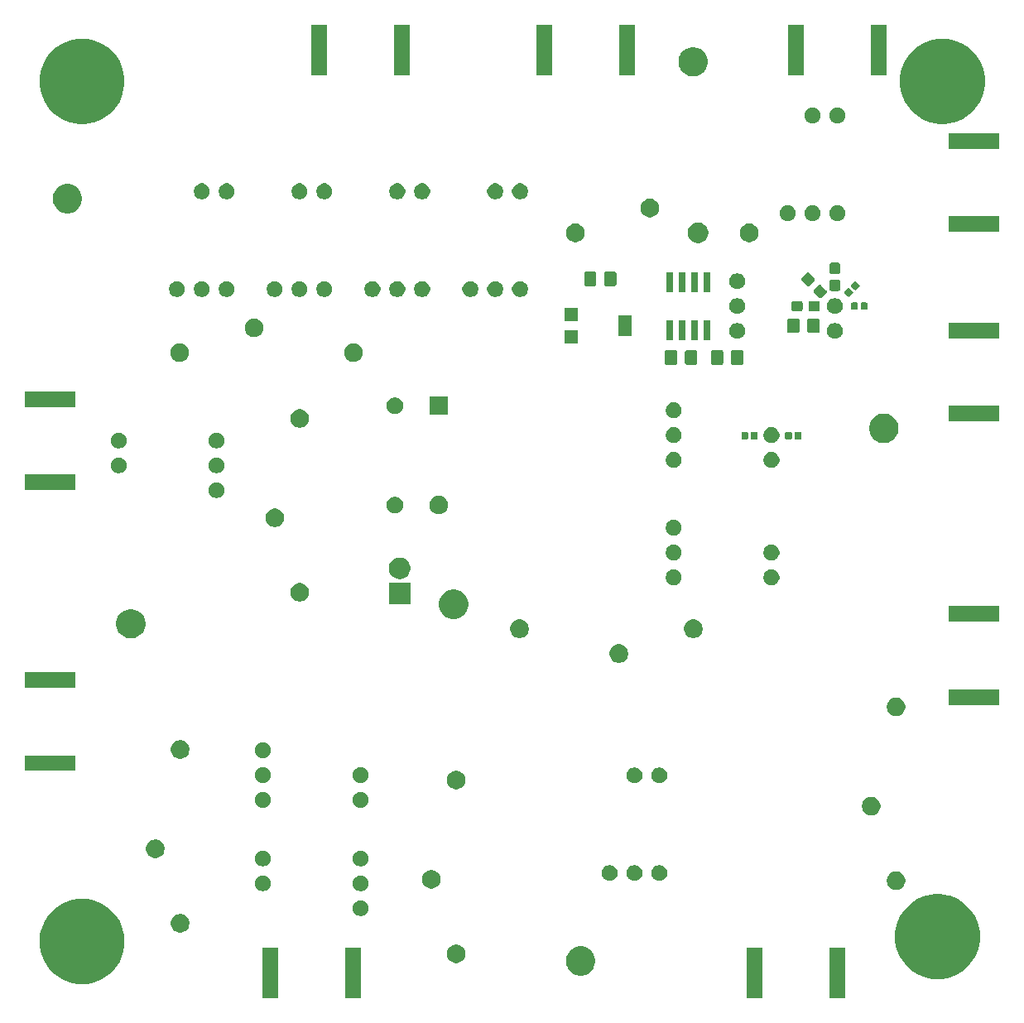
<source format=gbr>
G04 #@! TF.GenerationSoftware,KiCad,Pcbnew,5.1.6-c6e7f7d~86~ubuntu18.04.1*
G04 #@! TF.CreationDate,2020-05-28T18:44:08+01:00*
G04 #@! TF.ProjectId,multi-smtpa,6d756c74-692d-4736-9d74-70612e6b6963,rev?*
G04 #@! TF.SameCoordinates,Original*
G04 #@! TF.FileFunction,Soldermask,Bot*
G04 #@! TF.FilePolarity,Negative*
%FSLAX46Y46*%
G04 Gerber Fmt 4.6, Leading zero omitted, Abs format (unit mm)*
G04 Created by KiCad (PCBNEW 5.1.6-c6e7f7d~86~ubuntu18.04.1) date 2020-05-28 18:44:08*
%MOMM*%
%LPD*%
G01*
G04 APERTURE LIST*
%ADD10C,0.100000*%
G04 APERTURE END LIST*
D10*
G36*
X126051000Y-149791000D02*
G01*
X124449000Y-149791000D01*
X124449000Y-144609000D01*
X126051000Y-144609000D01*
X126051000Y-149791000D01*
G37*
G36*
X175551000Y-149791000D02*
G01*
X173949000Y-149791000D01*
X173949000Y-144609000D01*
X175551000Y-144609000D01*
X175551000Y-149791000D01*
G37*
G36*
X184051000Y-149791000D02*
G01*
X182449000Y-149791000D01*
X182449000Y-144609000D01*
X184051000Y-144609000D01*
X184051000Y-149791000D01*
G37*
G36*
X134551000Y-149791000D02*
G01*
X132949000Y-149791000D01*
X132949000Y-144609000D01*
X134551000Y-144609000D01*
X134551000Y-149791000D01*
G37*
G36*
X106548156Y-139672794D02*
G01*
X107269140Y-139816206D01*
X108060972Y-140144193D01*
X108773601Y-140620357D01*
X109379643Y-141226399D01*
X109855807Y-141939028D01*
X110183794Y-142730860D01*
X110289581Y-143262688D01*
X110351000Y-143571463D01*
X110351000Y-144428537D01*
X110334535Y-144511310D01*
X110183794Y-145269140D01*
X109855807Y-146060972D01*
X109379643Y-146773601D01*
X108773601Y-147379643D01*
X108060972Y-147855807D01*
X107269140Y-148183794D01*
X106548156Y-148327206D01*
X106428537Y-148351000D01*
X105571463Y-148351000D01*
X105451844Y-148327206D01*
X104730860Y-148183794D01*
X103939028Y-147855807D01*
X103226399Y-147379643D01*
X102620357Y-146773601D01*
X102144193Y-146060972D01*
X101816206Y-145269140D01*
X101665465Y-144511310D01*
X101649000Y-144428537D01*
X101649000Y-143571463D01*
X101710419Y-143262688D01*
X101816206Y-142730860D01*
X102144193Y-141939028D01*
X102620357Y-141226399D01*
X103226399Y-140620357D01*
X103939028Y-140144193D01*
X104730860Y-139816206D01*
X105451844Y-139672794D01*
X105571463Y-139649000D01*
X106428537Y-139649000D01*
X106548156Y-139672794D01*
G37*
G36*
X194048156Y-139172794D02*
G01*
X194769140Y-139316206D01*
X195560972Y-139644193D01*
X196273601Y-140120357D01*
X196879643Y-140726399D01*
X197355807Y-141439028D01*
X197683794Y-142230860D01*
X197783250Y-142730861D01*
X197829379Y-142962765D01*
X197851000Y-143071464D01*
X197851000Y-143928536D01*
X197683794Y-144769140D01*
X197355807Y-145560972D01*
X196879643Y-146273601D01*
X196273601Y-146879643D01*
X195560972Y-147355807D01*
X194769140Y-147683794D01*
X194048156Y-147827206D01*
X193928537Y-147851000D01*
X193071463Y-147851000D01*
X192951844Y-147827206D01*
X192230860Y-147683794D01*
X191439028Y-147355807D01*
X190726399Y-146879643D01*
X190120357Y-146273601D01*
X189644193Y-145560972D01*
X189316206Y-144769140D01*
X189149000Y-143928536D01*
X189149000Y-143071464D01*
X189170622Y-142962765D01*
X189216750Y-142730861D01*
X189316206Y-142230860D01*
X189644193Y-141439028D01*
X190120357Y-140726399D01*
X190726399Y-140120357D01*
X191439028Y-139644193D01*
X192230860Y-139316206D01*
X192951844Y-139172794D01*
X193071463Y-139149000D01*
X193928537Y-139149000D01*
X194048156Y-139172794D01*
G37*
G36*
X157437534Y-144557643D02*
G01*
X157710515Y-144670716D01*
X157710517Y-144670717D01*
X157834190Y-144753353D01*
X157903305Y-144799534D01*
X157956194Y-144834874D01*
X158165126Y-145043806D01*
X158315690Y-145269139D01*
X158329284Y-145289485D01*
X158442357Y-145562466D01*
X158500000Y-145852262D01*
X158500000Y-146147738D01*
X158442357Y-146437534D01*
X158343723Y-146675656D01*
X158329283Y-146710517D01*
X158246647Y-146834190D01*
X158165127Y-146956193D01*
X157956193Y-147165127D01*
X157940435Y-147175656D01*
X157710517Y-147329283D01*
X157710516Y-147329284D01*
X157710515Y-147329284D01*
X157437534Y-147442357D01*
X157147738Y-147500000D01*
X156852262Y-147500000D01*
X156562466Y-147442357D01*
X156289485Y-147329284D01*
X156289484Y-147329284D01*
X156289483Y-147329283D01*
X156059565Y-147175656D01*
X156043807Y-147165127D01*
X155834873Y-146956193D01*
X155753353Y-146834190D01*
X155670717Y-146710517D01*
X155656277Y-146675656D01*
X155557643Y-146437534D01*
X155500000Y-146147738D01*
X155500000Y-145852262D01*
X155557643Y-145562466D01*
X155670716Y-145289485D01*
X155684311Y-145269139D01*
X155834874Y-145043806D01*
X156043806Y-144834874D01*
X156096696Y-144799534D01*
X156165810Y-144753353D01*
X156289483Y-144670717D01*
X156289485Y-144670716D01*
X156562466Y-144557643D01*
X156852262Y-144500000D01*
X157147738Y-144500000D01*
X157437534Y-144557643D01*
G37*
G36*
X144527395Y-144335546D02*
G01*
X144700466Y-144407234D01*
X144732348Y-144428537D01*
X144856227Y-144511310D01*
X144988690Y-144643773D01*
X145006693Y-144670717D01*
X145092766Y-144799534D01*
X145164454Y-144972605D01*
X145201000Y-145156333D01*
X145201000Y-145343667D01*
X145164454Y-145527395D01*
X145092766Y-145700466D01*
X145041081Y-145777818D01*
X144988690Y-145856227D01*
X144856227Y-145988690D01*
X144812764Y-146017731D01*
X144700466Y-146092766D01*
X144527395Y-146164454D01*
X144343667Y-146201000D01*
X144156333Y-146201000D01*
X143972605Y-146164454D01*
X143799534Y-146092766D01*
X143687236Y-146017731D01*
X143643773Y-145988690D01*
X143511310Y-145856227D01*
X143458919Y-145777818D01*
X143407234Y-145700466D01*
X143335546Y-145527395D01*
X143299000Y-145343667D01*
X143299000Y-145156333D01*
X143335546Y-144972605D01*
X143407234Y-144799534D01*
X143493307Y-144670717D01*
X143511310Y-144643773D01*
X143643773Y-144511310D01*
X143767652Y-144428537D01*
X143799534Y-144407234D01*
X143972605Y-144335546D01*
X144156333Y-144299000D01*
X144343667Y-144299000D01*
X144527395Y-144335546D01*
G37*
G36*
X116317395Y-141205546D02*
G01*
X116490466Y-141277234D01*
X116567818Y-141328919D01*
X116646227Y-141381310D01*
X116778690Y-141513773D01*
X116818561Y-141573445D01*
X116882766Y-141669534D01*
X116954454Y-141842605D01*
X116991000Y-142026333D01*
X116991000Y-142213667D01*
X116954454Y-142397395D01*
X116882766Y-142570466D01*
X116882765Y-142570467D01*
X116778690Y-142726227D01*
X116646227Y-142858690D01*
X116567818Y-142911081D01*
X116490466Y-142962766D01*
X116317395Y-143034454D01*
X116133667Y-143071000D01*
X115946333Y-143071000D01*
X115762605Y-143034454D01*
X115589534Y-142962766D01*
X115512182Y-142911081D01*
X115433773Y-142858690D01*
X115301310Y-142726227D01*
X115197235Y-142570467D01*
X115197234Y-142570466D01*
X115125546Y-142397395D01*
X115089000Y-142213667D01*
X115089000Y-142026333D01*
X115125546Y-141842605D01*
X115197234Y-141669534D01*
X115261439Y-141573445D01*
X115301310Y-141513773D01*
X115433773Y-141381310D01*
X115512182Y-141328919D01*
X115589534Y-141277234D01*
X115762605Y-141205546D01*
X115946333Y-141169000D01*
X116133667Y-141169000D01*
X116317395Y-141205546D01*
G37*
G36*
X134737142Y-139798242D02*
G01*
X134885101Y-139859529D01*
X135018255Y-139948499D01*
X135131501Y-140061745D01*
X135220471Y-140194899D01*
X135281758Y-140342858D01*
X135313000Y-140499925D01*
X135313000Y-140660075D01*
X135281758Y-140817142D01*
X135220471Y-140965101D01*
X135131501Y-141098255D01*
X135018255Y-141211501D01*
X134885101Y-141300471D01*
X134737142Y-141361758D01*
X134580075Y-141393000D01*
X134419925Y-141393000D01*
X134262858Y-141361758D01*
X134114899Y-141300471D01*
X133981745Y-141211501D01*
X133868499Y-141098255D01*
X133779529Y-140965101D01*
X133718242Y-140817142D01*
X133687000Y-140660075D01*
X133687000Y-140499925D01*
X133718242Y-140342858D01*
X133779529Y-140194899D01*
X133868499Y-140061745D01*
X133981745Y-139948499D01*
X134114899Y-139859529D01*
X134262858Y-139798242D01*
X134419925Y-139767000D01*
X134580075Y-139767000D01*
X134737142Y-139798242D01*
G37*
G36*
X134737142Y-137258242D02*
G01*
X134885101Y-137319529D01*
X135018255Y-137408499D01*
X135131501Y-137521745D01*
X135220471Y-137654899D01*
X135281758Y-137802858D01*
X135313000Y-137959925D01*
X135313000Y-138120075D01*
X135281758Y-138277142D01*
X135220471Y-138425101D01*
X135131501Y-138558255D01*
X135018255Y-138671501D01*
X134885101Y-138760471D01*
X134737142Y-138821758D01*
X134580075Y-138853000D01*
X134419925Y-138853000D01*
X134262858Y-138821758D01*
X134114899Y-138760471D01*
X133981745Y-138671501D01*
X133868499Y-138558255D01*
X133779529Y-138425101D01*
X133718242Y-138277142D01*
X133687000Y-138120075D01*
X133687000Y-137959925D01*
X133718242Y-137802858D01*
X133779529Y-137654899D01*
X133868499Y-137521745D01*
X133981745Y-137408499D01*
X134114899Y-137319529D01*
X134262858Y-137258242D01*
X134419925Y-137227000D01*
X134580075Y-137227000D01*
X134737142Y-137258242D01*
G37*
G36*
X124737142Y-137258242D02*
G01*
X124885101Y-137319529D01*
X125018255Y-137408499D01*
X125131501Y-137521745D01*
X125220471Y-137654899D01*
X125281758Y-137802858D01*
X125313000Y-137959925D01*
X125313000Y-138120075D01*
X125281758Y-138277142D01*
X125220471Y-138425101D01*
X125131501Y-138558255D01*
X125018255Y-138671501D01*
X124885101Y-138760471D01*
X124737142Y-138821758D01*
X124580075Y-138853000D01*
X124419925Y-138853000D01*
X124262858Y-138821758D01*
X124114899Y-138760471D01*
X123981745Y-138671501D01*
X123868499Y-138558255D01*
X123779529Y-138425101D01*
X123718242Y-138277142D01*
X123687000Y-138120075D01*
X123687000Y-137959925D01*
X123718242Y-137802858D01*
X123779529Y-137654899D01*
X123868499Y-137521745D01*
X123981745Y-137408499D01*
X124114899Y-137319529D01*
X124262858Y-137258242D01*
X124419925Y-137227000D01*
X124580075Y-137227000D01*
X124737142Y-137258242D01*
G37*
G36*
X189527395Y-136865546D02*
G01*
X189700466Y-136937234D01*
X189700467Y-136937235D01*
X189856227Y-137041310D01*
X189988690Y-137173773D01*
X189992539Y-137179534D01*
X190092766Y-137329534D01*
X190164454Y-137502605D01*
X190201000Y-137686333D01*
X190201000Y-137873667D01*
X190164454Y-138057395D01*
X190092766Y-138230466D01*
X190061578Y-138277142D01*
X189988690Y-138386227D01*
X189856227Y-138518690D01*
X189777818Y-138571081D01*
X189700466Y-138622766D01*
X189527395Y-138694454D01*
X189343667Y-138731000D01*
X189156333Y-138731000D01*
X188972605Y-138694454D01*
X188799534Y-138622766D01*
X188722182Y-138571081D01*
X188643773Y-138518690D01*
X188511310Y-138386227D01*
X188438422Y-138277142D01*
X188407234Y-138230466D01*
X188335546Y-138057395D01*
X188299000Y-137873667D01*
X188299000Y-137686333D01*
X188335546Y-137502605D01*
X188407234Y-137329534D01*
X188507461Y-137179534D01*
X188511310Y-137173773D01*
X188643773Y-137041310D01*
X188799533Y-136937235D01*
X188799534Y-136937234D01*
X188972605Y-136865546D01*
X189156333Y-136829000D01*
X189343667Y-136829000D01*
X189527395Y-136865546D01*
G37*
G36*
X141987395Y-136715546D02*
G01*
X142160466Y-136787234D01*
X142160467Y-136787235D01*
X142316227Y-136891310D01*
X142448690Y-137023773D01*
X142448691Y-137023775D01*
X142552766Y-137179534D01*
X142624454Y-137352605D01*
X142661000Y-137536333D01*
X142661000Y-137723667D01*
X142624454Y-137907395D01*
X142552766Y-138080466D01*
X142552765Y-138080467D01*
X142448690Y-138236227D01*
X142316227Y-138368690D01*
X142289984Y-138386225D01*
X142160466Y-138472766D01*
X141987395Y-138544454D01*
X141803667Y-138581000D01*
X141616333Y-138581000D01*
X141432605Y-138544454D01*
X141259534Y-138472766D01*
X141130016Y-138386225D01*
X141103773Y-138368690D01*
X140971310Y-138236227D01*
X140867235Y-138080467D01*
X140867234Y-138080466D01*
X140795546Y-137907395D01*
X140759000Y-137723667D01*
X140759000Y-137536333D01*
X140795546Y-137352605D01*
X140867234Y-137179534D01*
X140971309Y-137023775D01*
X140971310Y-137023773D01*
X141103773Y-136891310D01*
X141259533Y-136787235D01*
X141259534Y-136787234D01*
X141432605Y-136715546D01*
X141616333Y-136679000D01*
X141803667Y-136679000D01*
X141987395Y-136715546D01*
G37*
G36*
X160197142Y-136218242D02*
G01*
X160345101Y-136279529D01*
X160478255Y-136368499D01*
X160591501Y-136481745D01*
X160680471Y-136614899D01*
X160741758Y-136762858D01*
X160773000Y-136919925D01*
X160773000Y-137080075D01*
X160741758Y-137237142D01*
X160680471Y-137385101D01*
X160591501Y-137518255D01*
X160478255Y-137631501D01*
X160345101Y-137720471D01*
X160197142Y-137781758D01*
X160040075Y-137813000D01*
X159879925Y-137813000D01*
X159722858Y-137781758D01*
X159574899Y-137720471D01*
X159441745Y-137631501D01*
X159328499Y-137518255D01*
X159239529Y-137385101D01*
X159178242Y-137237142D01*
X159147000Y-137080075D01*
X159147000Y-136919925D01*
X159178242Y-136762858D01*
X159239529Y-136614899D01*
X159328499Y-136481745D01*
X159441745Y-136368499D01*
X159574899Y-136279529D01*
X159722858Y-136218242D01*
X159879925Y-136187000D01*
X160040075Y-136187000D01*
X160197142Y-136218242D01*
G37*
G36*
X162737142Y-136218242D02*
G01*
X162885101Y-136279529D01*
X163018255Y-136368499D01*
X163131501Y-136481745D01*
X163220471Y-136614899D01*
X163281758Y-136762858D01*
X163313000Y-136919925D01*
X163313000Y-137080075D01*
X163281758Y-137237142D01*
X163220471Y-137385101D01*
X163131501Y-137518255D01*
X163018255Y-137631501D01*
X162885101Y-137720471D01*
X162737142Y-137781758D01*
X162580075Y-137813000D01*
X162419925Y-137813000D01*
X162262858Y-137781758D01*
X162114899Y-137720471D01*
X161981745Y-137631501D01*
X161868499Y-137518255D01*
X161779529Y-137385101D01*
X161718242Y-137237142D01*
X161687000Y-137080075D01*
X161687000Y-136919925D01*
X161718242Y-136762858D01*
X161779529Y-136614899D01*
X161868499Y-136481745D01*
X161981745Y-136368499D01*
X162114899Y-136279529D01*
X162262858Y-136218242D01*
X162419925Y-136187000D01*
X162580075Y-136187000D01*
X162737142Y-136218242D01*
G37*
G36*
X165277142Y-136218242D02*
G01*
X165425101Y-136279529D01*
X165558255Y-136368499D01*
X165671501Y-136481745D01*
X165760471Y-136614899D01*
X165821758Y-136762858D01*
X165853000Y-136919925D01*
X165853000Y-137080075D01*
X165821758Y-137237142D01*
X165760471Y-137385101D01*
X165671501Y-137518255D01*
X165558255Y-137631501D01*
X165425101Y-137720471D01*
X165277142Y-137781758D01*
X165120075Y-137813000D01*
X164959925Y-137813000D01*
X164802858Y-137781758D01*
X164654899Y-137720471D01*
X164521745Y-137631501D01*
X164408499Y-137518255D01*
X164319529Y-137385101D01*
X164258242Y-137237142D01*
X164227000Y-137080075D01*
X164227000Y-136919925D01*
X164258242Y-136762858D01*
X164319529Y-136614899D01*
X164408499Y-136481745D01*
X164521745Y-136368499D01*
X164654899Y-136279529D01*
X164802858Y-136218242D01*
X164959925Y-136187000D01*
X165120075Y-136187000D01*
X165277142Y-136218242D01*
G37*
G36*
X134737142Y-134718242D02*
G01*
X134885101Y-134779529D01*
X135018255Y-134868499D01*
X135131501Y-134981745D01*
X135220471Y-135114899D01*
X135281758Y-135262858D01*
X135313000Y-135419925D01*
X135313000Y-135580075D01*
X135281758Y-135737142D01*
X135220471Y-135885101D01*
X135131501Y-136018255D01*
X135018255Y-136131501D01*
X134885101Y-136220471D01*
X134737142Y-136281758D01*
X134580075Y-136313000D01*
X134419925Y-136313000D01*
X134262858Y-136281758D01*
X134114899Y-136220471D01*
X133981745Y-136131501D01*
X133868499Y-136018255D01*
X133779529Y-135885101D01*
X133718242Y-135737142D01*
X133687000Y-135580075D01*
X133687000Y-135419925D01*
X133718242Y-135262858D01*
X133779529Y-135114899D01*
X133868499Y-134981745D01*
X133981745Y-134868499D01*
X134114899Y-134779529D01*
X134262858Y-134718242D01*
X134419925Y-134687000D01*
X134580075Y-134687000D01*
X134737142Y-134718242D01*
G37*
G36*
X124737142Y-134718242D02*
G01*
X124885101Y-134779529D01*
X125018255Y-134868499D01*
X125131501Y-134981745D01*
X125220471Y-135114899D01*
X125281758Y-135262858D01*
X125313000Y-135419925D01*
X125313000Y-135580075D01*
X125281758Y-135737142D01*
X125220471Y-135885101D01*
X125131501Y-136018255D01*
X125018255Y-136131501D01*
X124885101Y-136220471D01*
X124737142Y-136281758D01*
X124580075Y-136313000D01*
X124419925Y-136313000D01*
X124262858Y-136281758D01*
X124114899Y-136220471D01*
X123981745Y-136131501D01*
X123868499Y-136018255D01*
X123779529Y-135885101D01*
X123718242Y-135737142D01*
X123687000Y-135580075D01*
X123687000Y-135419925D01*
X123718242Y-135262858D01*
X123779529Y-135114899D01*
X123868499Y-134981745D01*
X123981745Y-134868499D01*
X124114899Y-134779529D01*
X124262858Y-134718242D01*
X124419925Y-134687000D01*
X124580075Y-134687000D01*
X124737142Y-134718242D01*
G37*
G36*
X113777395Y-133585546D02*
G01*
X113950466Y-133657234D01*
X113950467Y-133657235D01*
X114106227Y-133761310D01*
X114238690Y-133893773D01*
X114238691Y-133893775D01*
X114342766Y-134049534D01*
X114414454Y-134222605D01*
X114451000Y-134406333D01*
X114451000Y-134593667D01*
X114414454Y-134777395D01*
X114342766Y-134950466D01*
X114342765Y-134950467D01*
X114238690Y-135106227D01*
X114106227Y-135238690D01*
X114070058Y-135262857D01*
X113950466Y-135342766D01*
X113777395Y-135414454D01*
X113593667Y-135451000D01*
X113406333Y-135451000D01*
X113222605Y-135414454D01*
X113049534Y-135342766D01*
X112929942Y-135262857D01*
X112893773Y-135238690D01*
X112761310Y-135106227D01*
X112657235Y-134950467D01*
X112657234Y-134950466D01*
X112585546Y-134777395D01*
X112549000Y-134593667D01*
X112549000Y-134406333D01*
X112585546Y-134222605D01*
X112657234Y-134049534D01*
X112761309Y-133893775D01*
X112761310Y-133893773D01*
X112893773Y-133761310D01*
X113049533Y-133657235D01*
X113049534Y-133657234D01*
X113222605Y-133585546D01*
X113406333Y-133549000D01*
X113593667Y-133549000D01*
X113777395Y-133585546D01*
G37*
G36*
X186987395Y-129245546D02*
G01*
X187160466Y-129317234D01*
X187160467Y-129317235D01*
X187316227Y-129421310D01*
X187448690Y-129553773D01*
X187466264Y-129580075D01*
X187552766Y-129709534D01*
X187624454Y-129882605D01*
X187661000Y-130066333D01*
X187661000Y-130253667D01*
X187624454Y-130437395D01*
X187552766Y-130610466D01*
X187552765Y-130610467D01*
X187448690Y-130766227D01*
X187316227Y-130898690D01*
X187237818Y-130951081D01*
X187160466Y-131002766D01*
X186987395Y-131074454D01*
X186803667Y-131111000D01*
X186616333Y-131111000D01*
X186432605Y-131074454D01*
X186259534Y-131002766D01*
X186182182Y-130951081D01*
X186103773Y-130898690D01*
X185971310Y-130766227D01*
X185867235Y-130610467D01*
X185867234Y-130610466D01*
X185795546Y-130437395D01*
X185759000Y-130253667D01*
X185759000Y-130066333D01*
X185795546Y-129882605D01*
X185867234Y-129709534D01*
X185953736Y-129580075D01*
X185971310Y-129553773D01*
X186103773Y-129421310D01*
X186259533Y-129317235D01*
X186259534Y-129317234D01*
X186432605Y-129245546D01*
X186616333Y-129209000D01*
X186803667Y-129209000D01*
X186987395Y-129245546D01*
G37*
G36*
X134737142Y-128718242D02*
G01*
X134885101Y-128779529D01*
X135018255Y-128868499D01*
X135131501Y-128981745D01*
X135220471Y-129114899D01*
X135281758Y-129262858D01*
X135313000Y-129419925D01*
X135313000Y-129580075D01*
X135281758Y-129737142D01*
X135220471Y-129885101D01*
X135131501Y-130018255D01*
X135018255Y-130131501D01*
X134885101Y-130220471D01*
X134737142Y-130281758D01*
X134580075Y-130313000D01*
X134419925Y-130313000D01*
X134262858Y-130281758D01*
X134114899Y-130220471D01*
X133981745Y-130131501D01*
X133868499Y-130018255D01*
X133779529Y-129885101D01*
X133718242Y-129737142D01*
X133687000Y-129580075D01*
X133687000Y-129419925D01*
X133718242Y-129262858D01*
X133779529Y-129114899D01*
X133868499Y-128981745D01*
X133981745Y-128868499D01*
X134114899Y-128779529D01*
X134262858Y-128718242D01*
X134419925Y-128687000D01*
X134580075Y-128687000D01*
X134737142Y-128718242D01*
G37*
G36*
X124737142Y-128718242D02*
G01*
X124885101Y-128779529D01*
X125018255Y-128868499D01*
X125131501Y-128981745D01*
X125220471Y-129114899D01*
X125281758Y-129262858D01*
X125313000Y-129419925D01*
X125313000Y-129580075D01*
X125281758Y-129737142D01*
X125220471Y-129885101D01*
X125131501Y-130018255D01*
X125018255Y-130131501D01*
X124885101Y-130220471D01*
X124737142Y-130281758D01*
X124580075Y-130313000D01*
X124419925Y-130313000D01*
X124262858Y-130281758D01*
X124114899Y-130220471D01*
X123981745Y-130131501D01*
X123868499Y-130018255D01*
X123779529Y-129885101D01*
X123718242Y-129737142D01*
X123687000Y-129580075D01*
X123687000Y-129419925D01*
X123718242Y-129262858D01*
X123779529Y-129114899D01*
X123868499Y-128981745D01*
X123981745Y-128868499D01*
X124114899Y-128779529D01*
X124262858Y-128718242D01*
X124419925Y-128687000D01*
X124580075Y-128687000D01*
X124737142Y-128718242D01*
G37*
G36*
X144527395Y-126555546D02*
G01*
X144700466Y-126627234D01*
X144700467Y-126627235D01*
X144856227Y-126731310D01*
X144988690Y-126863773D01*
X144988691Y-126863775D01*
X145092766Y-127019534D01*
X145164454Y-127192605D01*
X145201000Y-127376333D01*
X145201000Y-127563667D01*
X145164454Y-127747395D01*
X145092766Y-127920466D01*
X145092765Y-127920467D01*
X144988690Y-128076227D01*
X144856227Y-128208690D01*
X144777818Y-128261081D01*
X144700466Y-128312766D01*
X144527395Y-128384454D01*
X144343667Y-128421000D01*
X144156333Y-128421000D01*
X143972605Y-128384454D01*
X143799534Y-128312766D01*
X143722182Y-128261081D01*
X143643773Y-128208690D01*
X143511310Y-128076227D01*
X143407235Y-127920467D01*
X143407234Y-127920466D01*
X143335546Y-127747395D01*
X143299000Y-127563667D01*
X143299000Y-127376333D01*
X143335546Y-127192605D01*
X143407234Y-127019534D01*
X143511309Y-126863775D01*
X143511310Y-126863773D01*
X143643773Y-126731310D01*
X143799533Y-126627235D01*
X143799534Y-126627234D01*
X143972605Y-126555546D01*
X144156333Y-126519000D01*
X144343667Y-126519000D01*
X144527395Y-126555546D01*
G37*
G36*
X162737142Y-126218242D02*
G01*
X162885101Y-126279529D01*
X163018255Y-126368499D01*
X163131501Y-126481745D01*
X163220471Y-126614899D01*
X163281758Y-126762858D01*
X163313000Y-126919925D01*
X163313000Y-127080075D01*
X163281758Y-127237142D01*
X163220471Y-127385101D01*
X163131501Y-127518255D01*
X163018255Y-127631501D01*
X162885101Y-127720471D01*
X162737142Y-127781758D01*
X162580075Y-127813000D01*
X162419925Y-127813000D01*
X162262858Y-127781758D01*
X162114899Y-127720471D01*
X161981745Y-127631501D01*
X161868499Y-127518255D01*
X161779529Y-127385101D01*
X161718242Y-127237142D01*
X161687000Y-127080075D01*
X161687000Y-126919925D01*
X161718242Y-126762858D01*
X161779529Y-126614899D01*
X161868499Y-126481745D01*
X161981745Y-126368499D01*
X162114899Y-126279529D01*
X162262858Y-126218242D01*
X162419925Y-126187000D01*
X162580075Y-126187000D01*
X162737142Y-126218242D01*
G37*
G36*
X165277142Y-126218242D02*
G01*
X165425101Y-126279529D01*
X165558255Y-126368499D01*
X165671501Y-126481745D01*
X165760471Y-126614899D01*
X165821758Y-126762858D01*
X165853000Y-126919925D01*
X165853000Y-127080075D01*
X165821758Y-127237142D01*
X165760471Y-127385101D01*
X165671501Y-127518255D01*
X165558255Y-127631501D01*
X165425101Y-127720471D01*
X165277142Y-127781758D01*
X165120075Y-127813000D01*
X164959925Y-127813000D01*
X164802858Y-127781758D01*
X164654899Y-127720471D01*
X164521745Y-127631501D01*
X164408499Y-127518255D01*
X164319529Y-127385101D01*
X164258242Y-127237142D01*
X164227000Y-127080075D01*
X164227000Y-126919925D01*
X164258242Y-126762858D01*
X164319529Y-126614899D01*
X164408499Y-126481745D01*
X164521745Y-126368499D01*
X164654899Y-126279529D01*
X164802858Y-126218242D01*
X164959925Y-126187000D01*
X165120075Y-126187000D01*
X165277142Y-126218242D01*
G37*
G36*
X124737142Y-126178242D02*
G01*
X124885101Y-126239529D01*
X125018255Y-126328499D01*
X125131501Y-126441745D01*
X125220471Y-126574899D01*
X125281758Y-126722858D01*
X125313000Y-126879925D01*
X125313000Y-127040075D01*
X125281758Y-127197142D01*
X125220471Y-127345101D01*
X125131501Y-127478255D01*
X125018255Y-127591501D01*
X124885101Y-127680471D01*
X124737142Y-127741758D01*
X124580075Y-127773000D01*
X124419925Y-127773000D01*
X124262858Y-127741758D01*
X124114899Y-127680471D01*
X123981745Y-127591501D01*
X123868499Y-127478255D01*
X123779529Y-127345101D01*
X123718242Y-127197142D01*
X123687000Y-127040075D01*
X123687000Y-126879925D01*
X123718242Y-126722858D01*
X123779529Y-126574899D01*
X123868499Y-126441745D01*
X123981745Y-126328499D01*
X124114899Y-126239529D01*
X124262858Y-126178242D01*
X124419925Y-126147000D01*
X124580075Y-126147000D01*
X124737142Y-126178242D01*
G37*
G36*
X134737142Y-126178242D02*
G01*
X134885101Y-126239529D01*
X135018255Y-126328499D01*
X135131501Y-126441745D01*
X135220471Y-126574899D01*
X135281758Y-126722858D01*
X135313000Y-126879925D01*
X135313000Y-127040075D01*
X135281758Y-127197142D01*
X135220471Y-127345101D01*
X135131501Y-127478255D01*
X135018255Y-127591501D01*
X134885101Y-127680471D01*
X134737142Y-127741758D01*
X134580075Y-127773000D01*
X134419925Y-127773000D01*
X134262858Y-127741758D01*
X134114899Y-127680471D01*
X133981745Y-127591501D01*
X133868499Y-127478255D01*
X133779529Y-127345101D01*
X133718242Y-127197142D01*
X133687000Y-127040075D01*
X133687000Y-126879925D01*
X133718242Y-126722858D01*
X133779529Y-126574899D01*
X133868499Y-126441745D01*
X133981745Y-126328499D01*
X134114899Y-126239529D01*
X134262858Y-126178242D01*
X134419925Y-126147000D01*
X134580075Y-126147000D01*
X134737142Y-126178242D01*
G37*
G36*
X105341000Y-126551000D02*
G01*
X100159000Y-126551000D01*
X100159000Y-124949000D01*
X105341000Y-124949000D01*
X105341000Y-126551000D01*
G37*
G36*
X116317395Y-123425546D02*
G01*
X116490466Y-123497234D01*
X116490467Y-123497235D01*
X116646227Y-123601310D01*
X116778690Y-123733773D01*
X116815258Y-123788501D01*
X116882766Y-123889534D01*
X116954454Y-124062605D01*
X116991000Y-124246333D01*
X116991000Y-124433667D01*
X116954454Y-124617395D01*
X116882766Y-124790466D01*
X116882765Y-124790467D01*
X116778690Y-124946227D01*
X116646227Y-125078690D01*
X116567818Y-125131081D01*
X116490466Y-125182766D01*
X116317395Y-125254454D01*
X116133667Y-125291000D01*
X115946333Y-125291000D01*
X115762605Y-125254454D01*
X115589534Y-125182766D01*
X115512182Y-125131081D01*
X115433773Y-125078690D01*
X115301310Y-124946227D01*
X115197235Y-124790467D01*
X115197234Y-124790466D01*
X115125546Y-124617395D01*
X115089000Y-124433667D01*
X115089000Y-124246333D01*
X115125546Y-124062605D01*
X115197234Y-123889534D01*
X115264742Y-123788501D01*
X115301310Y-123733773D01*
X115433773Y-123601310D01*
X115589533Y-123497235D01*
X115589534Y-123497234D01*
X115762605Y-123425546D01*
X115946333Y-123389000D01*
X116133667Y-123389000D01*
X116317395Y-123425546D01*
G37*
G36*
X124737142Y-123638242D02*
G01*
X124885101Y-123699529D01*
X125018255Y-123788499D01*
X125131501Y-123901745D01*
X125220471Y-124034899D01*
X125281758Y-124182858D01*
X125313000Y-124339925D01*
X125313000Y-124500075D01*
X125281758Y-124657142D01*
X125220471Y-124805101D01*
X125131501Y-124938255D01*
X125018255Y-125051501D01*
X124885101Y-125140471D01*
X124737142Y-125201758D01*
X124580075Y-125233000D01*
X124419925Y-125233000D01*
X124262858Y-125201758D01*
X124114899Y-125140471D01*
X123981745Y-125051501D01*
X123868499Y-124938255D01*
X123779529Y-124805101D01*
X123718242Y-124657142D01*
X123687000Y-124500075D01*
X123687000Y-124339925D01*
X123718242Y-124182858D01*
X123779529Y-124034899D01*
X123868499Y-123901745D01*
X123981745Y-123788499D01*
X124114899Y-123699529D01*
X124262858Y-123638242D01*
X124419925Y-123607000D01*
X124580075Y-123607000D01*
X124737142Y-123638242D01*
G37*
G36*
X189527395Y-119085546D02*
G01*
X189700466Y-119157234D01*
X189700467Y-119157235D01*
X189856227Y-119261310D01*
X189988690Y-119393773D01*
X189988691Y-119393775D01*
X190092766Y-119549534D01*
X190164454Y-119722605D01*
X190201000Y-119906333D01*
X190201000Y-120093667D01*
X190164454Y-120277395D01*
X190092766Y-120450466D01*
X190092765Y-120450467D01*
X189988690Y-120606227D01*
X189856227Y-120738690D01*
X189777818Y-120791081D01*
X189700466Y-120842766D01*
X189527395Y-120914454D01*
X189343667Y-120951000D01*
X189156333Y-120951000D01*
X188972605Y-120914454D01*
X188799534Y-120842766D01*
X188722182Y-120791081D01*
X188643773Y-120738690D01*
X188511310Y-120606227D01*
X188407235Y-120450467D01*
X188407234Y-120450466D01*
X188335546Y-120277395D01*
X188299000Y-120093667D01*
X188299000Y-119906333D01*
X188335546Y-119722605D01*
X188407234Y-119549534D01*
X188511309Y-119393775D01*
X188511310Y-119393773D01*
X188643773Y-119261310D01*
X188799533Y-119157235D01*
X188799534Y-119157234D01*
X188972605Y-119085546D01*
X189156333Y-119049000D01*
X189343667Y-119049000D01*
X189527395Y-119085546D01*
G37*
G36*
X199841000Y-119801000D02*
G01*
X194659000Y-119801000D01*
X194659000Y-118199000D01*
X199841000Y-118199000D01*
X199841000Y-119801000D01*
G37*
G36*
X105341000Y-118051000D02*
G01*
X100159000Y-118051000D01*
X100159000Y-116449000D01*
X105341000Y-116449000D01*
X105341000Y-118051000D01*
G37*
G36*
X161187395Y-113625546D02*
G01*
X161360466Y-113697234D01*
X161360467Y-113697235D01*
X161516227Y-113801310D01*
X161648690Y-113933773D01*
X161648691Y-113933775D01*
X161752766Y-114089534D01*
X161824454Y-114262605D01*
X161861000Y-114446333D01*
X161861000Y-114633667D01*
X161824454Y-114817395D01*
X161752766Y-114990466D01*
X161752765Y-114990467D01*
X161648690Y-115146227D01*
X161516227Y-115278690D01*
X161437818Y-115331081D01*
X161360466Y-115382766D01*
X161187395Y-115454454D01*
X161003667Y-115491000D01*
X160816333Y-115491000D01*
X160632605Y-115454454D01*
X160459534Y-115382766D01*
X160382182Y-115331081D01*
X160303773Y-115278690D01*
X160171310Y-115146227D01*
X160067235Y-114990467D01*
X160067234Y-114990466D01*
X159995546Y-114817395D01*
X159959000Y-114633667D01*
X159959000Y-114446333D01*
X159995546Y-114262605D01*
X160067234Y-114089534D01*
X160171309Y-113933775D01*
X160171310Y-113933773D01*
X160303773Y-113801310D01*
X160459533Y-113697235D01*
X160459534Y-113697234D01*
X160632605Y-113625546D01*
X160816333Y-113589000D01*
X161003667Y-113589000D01*
X161187395Y-113625546D01*
G37*
G36*
X111437534Y-110057643D02*
G01*
X111710515Y-110170716D01*
X111710517Y-110170717D01*
X111834190Y-110253353D01*
X111956193Y-110334873D01*
X112165127Y-110543807D01*
X112329284Y-110789485D01*
X112442357Y-111062466D01*
X112500000Y-111352262D01*
X112500000Y-111647738D01*
X112442357Y-111937534D01*
X112377685Y-112093665D01*
X112329283Y-112210517D01*
X112246647Y-112334190D01*
X112168954Y-112450466D01*
X112165126Y-112456194D01*
X111956194Y-112665126D01*
X111710517Y-112829283D01*
X111710516Y-112829284D01*
X111710515Y-112829284D01*
X111437534Y-112942357D01*
X111147738Y-113000000D01*
X110852262Y-113000000D01*
X110562466Y-112942357D01*
X110289485Y-112829284D01*
X110289484Y-112829284D01*
X110289483Y-112829283D01*
X110043806Y-112665126D01*
X109834874Y-112456194D01*
X109831047Y-112450466D01*
X109753353Y-112334190D01*
X109670717Y-112210517D01*
X109622315Y-112093665D01*
X109557643Y-111937534D01*
X109500000Y-111647738D01*
X109500000Y-111352262D01*
X109557643Y-111062466D01*
X109670716Y-110789485D01*
X109834873Y-110543807D01*
X110043807Y-110334873D01*
X110165810Y-110253353D01*
X110289483Y-110170717D01*
X110289485Y-110170716D01*
X110562466Y-110057643D01*
X110852262Y-110000000D01*
X111147738Y-110000000D01*
X111437534Y-110057643D01*
G37*
G36*
X168807395Y-111085546D02*
G01*
X168980466Y-111157234D01*
X168980467Y-111157235D01*
X169136227Y-111261310D01*
X169268690Y-111393773D01*
X169268691Y-111393775D01*
X169372766Y-111549534D01*
X169444454Y-111722605D01*
X169481000Y-111906333D01*
X169481000Y-112093667D01*
X169444454Y-112277395D01*
X169372766Y-112450466D01*
X169321081Y-112527818D01*
X169268690Y-112606227D01*
X169136227Y-112738690D01*
X169057818Y-112791081D01*
X168980466Y-112842766D01*
X168807395Y-112914454D01*
X168623667Y-112951000D01*
X168436333Y-112951000D01*
X168252605Y-112914454D01*
X168079534Y-112842766D01*
X168002182Y-112791081D01*
X167923773Y-112738690D01*
X167791310Y-112606227D01*
X167738919Y-112527818D01*
X167687234Y-112450466D01*
X167615546Y-112277395D01*
X167579000Y-112093667D01*
X167579000Y-111906333D01*
X167615546Y-111722605D01*
X167687234Y-111549534D01*
X167791309Y-111393775D01*
X167791310Y-111393773D01*
X167923773Y-111261310D01*
X168079533Y-111157235D01*
X168079534Y-111157234D01*
X168252605Y-111085546D01*
X168436333Y-111049000D01*
X168623667Y-111049000D01*
X168807395Y-111085546D01*
G37*
G36*
X151027395Y-111085546D02*
G01*
X151200466Y-111157234D01*
X151200467Y-111157235D01*
X151356227Y-111261310D01*
X151488690Y-111393773D01*
X151488691Y-111393775D01*
X151592766Y-111549534D01*
X151664454Y-111722605D01*
X151701000Y-111906333D01*
X151701000Y-112093667D01*
X151664454Y-112277395D01*
X151592766Y-112450466D01*
X151541081Y-112527818D01*
X151488690Y-112606227D01*
X151356227Y-112738690D01*
X151277818Y-112791081D01*
X151200466Y-112842766D01*
X151027395Y-112914454D01*
X150843667Y-112951000D01*
X150656333Y-112951000D01*
X150472605Y-112914454D01*
X150299534Y-112842766D01*
X150222182Y-112791081D01*
X150143773Y-112738690D01*
X150011310Y-112606227D01*
X149958919Y-112527818D01*
X149907234Y-112450466D01*
X149835546Y-112277395D01*
X149799000Y-112093667D01*
X149799000Y-111906333D01*
X149835546Y-111722605D01*
X149907234Y-111549534D01*
X150011309Y-111393775D01*
X150011310Y-111393773D01*
X150143773Y-111261310D01*
X150299533Y-111157235D01*
X150299534Y-111157234D01*
X150472605Y-111085546D01*
X150656333Y-111049000D01*
X150843667Y-111049000D01*
X151027395Y-111085546D01*
G37*
G36*
X199841000Y-111301000D02*
G01*
X194659000Y-111301000D01*
X194659000Y-109699000D01*
X199841000Y-109699000D01*
X199841000Y-111301000D01*
G37*
G36*
X144437534Y-108057643D02*
G01*
X144710515Y-108170716D01*
X144710517Y-108170717D01*
X144956194Y-108334874D01*
X145165126Y-108543806D01*
X145289850Y-108730467D01*
X145329284Y-108789485D01*
X145442357Y-109062466D01*
X145500000Y-109352262D01*
X145500000Y-109647738D01*
X145442357Y-109937534D01*
X145345769Y-110170716D01*
X145329283Y-110210517D01*
X145165126Y-110456194D01*
X144956194Y-110665126D01*
X144710517Y-110829283D01*
X144710516Y-110829284D01*
X144710515Y-110829284D01*
X144437534Y-110942357D01*
X144147738Y-111000000D01*
X143852262Y-111000000D01*
X143562466Y-110942357D01*
X143289485Y-110829284D01*
X143289484Y-110829284D01*
X143289483Y-110829283D01*
X143043806Y-110665126D01*
X142834874Y-110456194D01*
X142670717Y-110210517D01*
X142654231Y-110170716D01*
X142557643Y-109937534D01*
X142500000Y-109647738D01*
X142500000Y-109352262D01*
X142557643Y-109062466D01*
X142670716Y-108789485D01*
X142710151Y-108730467D01*
X142834874Y-108543806D01*
X143043806Y-108334874D01*
X143289483Y-108170717D01*
X143289485Y-108170716D01*
X143562466Y-108057643D01*
X143852262Y-108000000D01*
X144147738Y-108000000D01*
X144437534Y-108057643D01*
G37*
G36*
X139601000Y-109451000D02*
G01*
X137399000Y-109451000D01*
X137399000Y-107249000D01*
X139601000Y-107249000D01*
X139601000Y-109451000D01*
G37*
G36*
X128527395Y-107365546D02*
G01*
X128700466Y-107437234D01*
X128777818Y-107488919D01*
X128856227Y-107541310D01*
X128988690Y-107673773D01*
X128988691Y-107673775D01*
X129092766Y-107829534D01*
X129164454Y-108002605D01*
X129201000Y-108186333D01*
X129201000Y-108373667D01*
X129164454Y-108557395D01*
X129092766Y-108730466D01*
X129092765Y-108730467D01*
X128988690Y-108886227D01*
X128856227Y-109018690D01*
X128790711Y-109062466D01*
X128700466Y-109122766D01*
X128527395Y-109194454D01*
X128343667Y-109231000D01*
X128156333Y-109231000D01*
X127972605Y-109194454D01*
X127799534Y-109122766D01*
X127709289Y-109062466D01*
X127643773Y-109018690D01*
X127511310Y-108886227D01*
X127407235Y-108730467D01*
X127407234Y-108730466D01*
X127335546Y-108557395D01*
X127299000Y-108373667D01*
X127299000Y-108186333D01*
X127335546Y-108002605D01*
X127407234Y-107829534D01*
X127511309Y-107673775D01*
X127511310Y-107673773D01*
X127643773Y-107541310D01*
X127722182Y-107488919D01*
X127799534Y-107437234D01*
X127972605Y-107365546D01*
X128156333Y-107329000D01*
X128343667Y-107329000D01*
X128527395Y-107365546D01*
G37*
G36*
X166752142Y-105968242D02*
G01*
X166900101Y-106029529D01*
X167033255Y-106118499D01*
X167146501Y-106231745D01*
X167235471Y-106364899D01*
X167296758Y-106512858D01*
X167328000Y-106669925D01*
X167328000Y-106830075D01*
X167296758Y-106987142D01*
X167235471Y-107135101D01*
X167146501Y-107268255D01*
X167033255Y-107381501D01*
X166900101Y-107470471D01*
X166752142Y-107531758D01*
X166595075Y-107563000D01*
X166434925Y-107563000D01*
X166277858Y-107531758D01*
X166129899Y-107470471D01*
X165996745Y-107381501D01*
X165883499Y-107268255D01*
X165794529Y-107135101D01*
X165733242Y-106987142D01*
X165702000Y-106830075D01*
X165702000Y-106669925D01*
X165733242Y-106512858D01*
X165794529Y-106364899D01*
X165883499Y-106231745D01*
X165996745Y-106118499D01*
X166129899Y-106029529D01*
X166277858Y-105968242D01*
X166434925Y-105937000D01*
X166595075Y-105937000D01*
X166752142Y-105968242D01*
G37*
G36*
X176752142Y-105968242D02*
G01*
X176900101Y-106029529D01*
X177033255Y-106118499D01*
X177146501Y-106231745D01*
X177235471Y-106364899D01*
X177296758Y-106512858D01*
X177328000Y-106669925D01*
X177328000Y-106830075D01*
X177296758Y-106987142D01*
X177235471Y-107135101D01*
X177146501Y-107268255D01*
X177033255Y-107381501D01*
X176900101Y-107470471D01*
X176752142Y-107531758D01*
X176595075Y-107563000D01*
X176434925Y-107563000D01*
X176277858Y-107531758D01*
X176129899Y-107470471D01*
X175996745Y-107381501D01*
X175883499Y-107268255D01*
X175794529Y-107135101D01*
X175733242Y-106987142D01*
X175702000Y-106830075D01*
X175702000Y-106669925D01*
X175733242Y-106512858D01*
X175794529Y-106364899D01*
X175883499Y-106231745D01*
X175996745Y-106118499D01*
X176129899Y-106029529D01*
X176277858Y-105968242D01*
X176434925Y-105937000D01*
X176595075Y-105937000D01*
X176752142Y-105968242D01*
G37*
G36*
X138705240Y-104728255D02*
G01*
X138821150Y-104751311D01*
X138921334Y-104792809D01*
X139021520Y-104834307D01*
X139201844Y-104954795D01*
X139355205Y-105108156D01*
X139475693Y-105288480D01*
X139558689Y-105488851D01*
X139601000Y-105701560D01*
X139601000Y-105918440D01*
X139558689Y-106131149D01*
X139475693Y-106331520D01*
X139355205Y-106511844D01*
X139201844Y-106665205D01*
X139021520Y-106785693D01*
X138821150Y-106868689D01*
X138714795Y-106889844D01*
X138608440Y-106911000D01*
X138391560Y-106911000D01*
X138285205Y-106889844D01*
X138178850Y-106868689D01*
X137978480Y-106785693D01*
X137798156Y-106665205D01*
X137644795Y-106511844D01*
X137524307Y-106331520D01*
X137441311Y-106131149D01*
X137399000Y-105918440D01*
X137399000Y-105701560D01*
X137441311Y-105488851D01*
X137524307Y-105288480D01*
X137644795Y-105108156D01*
X137798156Y-104954795D01*
X137978480Y-104834307D01*
X138078666Y-104792809D01*
X138178850Y-104751311D01*
X138294760Y-104728255D01*
X138391560Y-104709000D01*
X138608440Y-104709000D01*
X138705240Y-104728255D01*
G37*
G36*
X166752142Y-103428242D02*
G01*
X166900101Y-103489529D01*
X167033255Y-103578499D01*
X167146501Y-103691745D01*
X167235471Y-103824899D01*
X167296758Y-103972858D01*
X167328000Y-104129925D01*
X167328000Y-104290075D01*
X167296758Y-104447142D01*
X167235471Y-104595101D01*
X167146501Y-104728255D01*
X167033255Y-104841501D01*
X166900101Y-104930471D01*
X166752142Y-104991758D01*
X166595075Y-105023000D01*
X166434925Y-105023000D01*
X166277858Y-104991758D01*
X166129899Y-104930471D01*
X165996745Y-104841501D01*
X165883499Y-104728255D01*
X165794529Y-104595101D01*
X165733242Y-104447142D01*
X165702000Y-104290075D01*
X165702000Y-104129925D01*
X165733242Y-103972858D01*
X165794529Y-103824899D01*
X165883499Y-103691745D01*
X165996745Y-103578499D01*
X166129899Y-103489529D01*
X166277858Y-103428242D01*
X166434925Y-103397000D01*
X166595075Y-103397000D01*
X166752142Y-103428242D01*
G37*
G36*
X176752142Y-103428242D02*
G01*
X176900101Y-103489529D01*
X177033255Y-103578499D01*
X177146501Y-103691745D01*
X177235471Y-103824899D01*
X177296758Y-103972858D01*
X177328000Y-104129925D01*
X177328000Y-104290075D01*
X177296758Y-104447142D01*
X177235471Y-104595101D01*
X177146501Y-104728255D01*
X177033255Y-104841501D01*
X176900101Y-104930471D01*
X176752142Y-104991758D01*
X176595075Y-105023000D01*
X176434925Y-105023000D01*
X176277858Y-104991758D01*
X176129899Y-104930471D01*
X175996745Y-104841501D01*
X175883499Y-104728255D01*
X175794529Y-104595101D01*
X175733242Y-104447142D01*
X175702000Y-104290075D01*
X175702000Y-104129925D01*
X175733242Y-103972858D01*
X175794529Y-103824899D01*
X175883499Y-103691745D01*
X175996745Y-103578499D01*
X176129899Y-103489529D01*
X176277858Y-103428242D01*
X176434925Y-103397000D01*
X176595075Y-103397000D01*
X176752142Y-103428242D01*
G37*
G36*
X166752142Y-100888242D02*
G01*
X166900101Y-100949529D01*
X167033255Y-101038499D01*
X167146501Y-101151745D01*
X167235471Y-101284899D01*
X167296758Y-101432858D01*
X167328000Y-101589925D01*
X167328000Y-101750075D01*
X167296758Y-101907142D01*
X167235471Y-102055101D01*
X167146501Y-102188255D01*
X167033255Y-102301501D01*
X166900101Y-102390471D01*
X166752142Y-102451758D01*
X166595075Y-102483000D01*
X166434925Y-102483000D01*
X166277858Y-102451758D01*
X166129899Y-102390471D01*
X165996745Y-102301501D01*
X165883499Y-102188255D01*
X165794529Y-102055101D01*
X165733242Y-101907142D01*
X165702000Y-101750075D01*
X165702000Y-101589925D01*
X165733242Y-101432858D01*
X165794529Y-101284899D01*
X165883499Y-101151745D01*
X165996745Y-101038499D01*
X166129899Y-100949529D01*
X166277858Y-100888242D01*
X166434925Y-100857000D01*
X166595075Y-100857000D01*
X166752142Y-100888242D01*
G37*
G36*
X125987395Y-99745546D02*
G01*
X126160466Y-99817234D01*
X126160467Y-99817235D01*
X126316227Y-99921310D01*
X126448690Y-100053773D01*
X126472021Y-100088691D01*
X126552766Y-100209534D01*
X126624454Y-100382605D01*
X126661000Y-100566333D01*
X126661000Y-100753667D01*
X126624454Y-100937395D01*
X126552766Y-101110466D01*
X126525184Y-101151745D01*
X126448690Y-101266227D01*
X126316227Y-101398690D01*
X126265092Y-101432857D01*
X126160466Y-101502766D01*
X125987395Y-101574454D01*
X125803667Y-101611000D01*
X125616333Y-101611000D01*
X125432605Y-101574454D01*
X125259534Y-101502766D01*
X125154908Y-101432857D01*
X125103773Y-101398690D01*
X124971310Y-101266227D01*
X124894816Y-101151745D01*
X124867234Y-101110466D01*
X124795546Y-100937395D01*
X124759000Y-100753667D01*
X124759000Y-100566333D01*
X124795546Y-100382605D01*
X124867234Y-100209534D01*
X124947979Y-100088691D01*
X124971310Y-100053773D01*
X125103773Y-99921310D01*
X125259533Y-99817235D01*
X125259534Y-99817234D01*
X125432605Y-99745546D01*
X125616333Y-99709000D01*
X125803667Y-99709000D01*
X125987395Y-99745546D01*
G37*
G36*
X142777395Y-98435546D02*
G01*
X142950466Y-98507234D01*
X142950467Y-98507235D01*
X143106227Y-98611310D01*
X143238690Y-98743773D01*
X143281284Y-98807520D01*
X143342766Y-98899534D01*
X143414454Y-99072605D01*
X143451000Y-99256333D01*
X143451000Y-99443667D01*
X143414454Y-99627395D01*
X143342766Y-99800466D01*
X143342765Y-99800467D01*
X143238690Y-99956227D01*
X143106227Y-100088690D01*
X143083092Y-100104148D01*
X142950466Y-100192766D01*
X142777395Y-100264454D01*
X142593667Y-100301000D01*
X142406333Y-100301000D01*
X142222605Y-100264454D01*
X142049534Y-100192766D01*
X141916908Y-100104148D01*
X141893773Y-100088690D01*
X141761310Y-99956227D01*
X141657235Y-99800467D01*
X141657234Y-99800466D01*
X141585546Y-99627395D01*
X141549000Y-99443667D01*
X141549000Y-99256333D01*
X141585546Y-99072605D01*
X141657234Y-98899534D01*
X141718716Y-98807520D01*
X141761310Y-98743773D01*
X141893773Y-98611310D01*
X142049533Y-98507235D01*
X142049534Y-98507234D01*
X142222605Y-98435546D01*
X142406333Y-98399000D01*
X142593667Y-98399000D01*
X142777395Y-98435546D01*
G37*
G36*
X138248228Y-98531703D02*
G01*
X138403100Y-98595853D01*
X138542481Y-98688985D01*
X138661015Y-98807519D01*
X138754147Y-98946900D01*
X138818297Y-99101772D01*
X138851000Y-99266184D01*
X138851000Y-99433816D01*
X138818297Y-99598228D01*
X138754147Y-99753100D01*
X138661015Y-99892481D01*
X138542481Y-100011015D01*
X138403100Y-100104147D01*
X138248228Y-100168297D01*
X138083816Y-100201000D01*
X137916184Y-100201000D01*
X137751772Y-100168297D01*
X137596900Y-100104147D01*
X137457519Y-100011015D01*
X137338985Y-99892481D01*
X137245853Y-99753100D01*
X137181703Y-99598228D01*
X137149000Y-99433816D01*
X137149000Y-99266184D01*
X137181703Y-99101772D01*
X137245853Y-98946900D01*
X137338985Y-98807519D01*
X137457519Y-98688985D01*
X137596900Y-98595853D01*
X137751772Y-98531703D01*
X137916184Y-98499000D01*
X138083816Y-98499000D01*
X138248228Y-98531703D01*
G37*
G36*
X119987142Y-97048242D02*
G01*
X120135101Y-97109529D01*
X120268255Y-97198499D01*
X120381501Y-97311745D01*
X120470471Y-97444899D01*
X120531758Y-97592858D01*
X120563000Y-97749925D01*
X120563000Y-97910075D01*
X120531758Y-98067142D01*
X120470471Y-98215101D01*
X120381501Y-98348255D01*
X120268255Y-98461501D01*
X120135101Y-98550471D01*
X119987142Y-98611758D01*
X119830075Y-98643000D01*
X119669925Y-98643000D01*
X119512858Y-98611758D01*
X119364899Y-98550471D01*
X119231745Y-98461501D01*
X119118499Y-98348255D01*
X119029529Y-98215101D01*
X118968242Y-98067142D01*
X118937000Y-97910075D01*
X118937000Y-97749925D01*
X118968242Y-97592858D01*
X119029529Y-97444899D01*
X119118499Y-97311745D01*
X119231745Y-97198499D01*
X119364899Y-97109529D01*
X119512858Y-97048242D01*
X119669925Y-97017000D01*
X119830075Y-97017000D01*
X119987142Y-97048242D01*
G37*
G36*
X105341000Y-97801000D02*
G01*
X100159000Y-97801000D01*
X100159000Y-96199000D01*
X105341000Y-96199000D01*
X105341000Y-97801000D01*
G37*
G36*
X119987142Y-94508242D02*
G01*
X120135101Y-94569529D01*
X120268255Y-94658499D01*
X120381501Y-94771745D01*
X120470471Y-94904899D01*
X120531758Y-95052858D01*
X120563000Y-95209925D01*
X120563000Y-95370075D01*
X120531758Y-95527142D01*
X120470471Y-95675101D01*
X120381501Y-95808255D01*
X120268255Y-95921501D01*
X120135101Y-96010471D01*
X119987142Y-96071758D01*
X119830075Y-96103000D01*
X119669925Y-96103000D01*
X119512858Y-96071758D01*
X119364899Y-96010471D01*
X119231745Y-95921501D01*
X119118499Y-95808255D01*
X119029529Y-95675101D01*
X118968242Y-95527142D01*
X118937000Y-95370075D01*
X118937000Y-95209925D01*
X118968242Y-95052858D01*
X119029529Y-94904899D01*
X119118499Y-94771745D01*
X119231745Y-94658499D01*
X119364899Y-94569529D01*
X119512858Y-94508242D01*
X119669925Y-94477000D01*
X119830075Y-94477000D01*
X119987142Y-94508242D01*
G37*
G36*
X109987142Y-94508242D02*
G01*
X110135101Y-94569529D01*
X110268255Y-94658499D01*
X110381501Y-94771745D01*
X110470471Y-94904899D01*
X110531758Y-95052858D01*
X110563000Y-95209925D01*
X110563000Y-95370075D01*
X110531758Y-95527142D01*
X110470471Y-95675101D01*
X110381501Y-95808255D01*
X110268255Y-95921501D01*
X110135101Y-96010471D01*
X109987142Y-96071758D01*
X109830075Y-96103000D01*
X109669925Y-96103000D01*
X109512858Y-96071758D01*
X109364899Y-96010471D01*
X109231745Y-95921501D01*
X109118499Y-95808255D01*
X109029529Y-95675101D01*
X108968242Y-95527142D01*
X108937000Y-95370075D01*
X108937000Y-95209925D01*
X108968242Y-95052858D01*
X109029529Y-94904899D01*
X109118499Y-94771745D01*
X109231745Y-94658499D01*
X109364899Y-94569529D01*
X109512858Y-94508242D01*
X109669925Y-94477000D01*
X109830075Y-94477000D01*
X109987142Y-94508242D01*
G37*
G36*
X176752142Y-93953242D02*
G01*
X176900101Y-94014529D01*
X177033255Y-94103499D01*
X177146501Y-94216745D01*
X177235471Y-94349899D01*
X177296758Y-94497858D01*
X177328000Y-94654925D01*
X177328000Y-94815075D01*
X177296758Y-94972142D01*
X177235471Y-95120101D01*
X177146501Y-95253255D01*
X177033255Y-95366501D01*
X176900101Y-95455471D01*
X176752142Y-95516758D01*
X176595075Y-95548000D01*
X176434925Y-95548000D01*
X176277858Y-95516758D01*
X176129899Y-95455471D01*
X175996745Y-95366501D01*
X175883499Y-95253255D01*
X175794529Y-95120101D01*
X175733242Y-94972142D01*
X175702000Y-94815075D01*
X175702000Y-94654925D01*
X175733242Y-94497858D01*
X175794529Y-94349899D01*
X175883499Y-94216745D01*
X175996745Y-94103499D01*
X176129899Y-94014529D01*
X176277858Y-93953242D01*
X176434925Y-93922000D01*
X176595075Y-93922000D01*
X176752142Y-93953242D01*
G37*
G36*
X166752142Y-93953242D02*
G01*
X166900101Y-94014529D01*
X167033255Y-94103499D01*
X167146501Y-94216745D01*
X167235471Y-94349899D01*
X167296758Y-94497858D01*
X167328000Y-94654925D01*
X167328000Y-94815075D01*
X167296758Y-94972142D01*
X167235471Y-95120101D01*
X167146501Y-95253255D01*
X167033255Y-95366501D01*
X166900101Y-95455471D01*
X166752142Y-95516758D01*
X166595075Y-95548000D01*
X166434925Y-95548000D01*
X166277858Y-95516758D01*
X166129899Y-95455471D01*
X165996745Y-95366501D01*
X165883499Y-95253255D01*
X165794529Y-95120101D01*
X165733242Y-94972142D01*
X165702000Y-94815075D01*
X165702000Y-94654925D01*
X165733242Y-94497858D01*
X165794529Y-94349899D01*
X165883499Y-94216745D01*
X165996745Y-94103499D01*
X166129899Y-94014529D01*
X166277858Y-93953242D01*
X166434925Y-93922000D01*
X166595075Y-93922000D01*
X166752142Y-93953242D01*
G37*
G36*
X109987142Y-91968242D02*
G01*
X110135101Y-92029529D01*
X110268255Y-92118499D01*
X110381501Y-92231745D01*
X110470471Y-92364899D01*
X110531758Y-92512858D01*
X110563000Y-92669925D01*
X110563000Y-92830075D01*
X110531758Y-92987142D01*
X110470471Y-93135101D01*
X110381501Y-93268255D01*
X110268255Y-93381501D01*
X110135101Y-93470471D01*
X109987142Y-93531758D01*
X109830075Y-93563000D01*
X109669925Y-93563000D01*
X109512858Y-93531758D01*
X109364899Y-93470471D01*
X109231745Y-93381501D01*
X109118499Y-93268255D01*
X109029529Y-93135101D01*
X108968242Y-92987142D01*
X108937000Y-92830075D01*
X108937000Y-92669925D01*
X108968242Y-92512858D01*
X109029529Y-92364899D01*
X109118499Y-92231745D01*
X109231745Y-92118499D01*
X109364899Y-92029529D01*
X109512858Y-91968242D01*
X109669925Y-91937000D01*
X109830075Y-91937000D01*
X109987142Y-91968242D01*
G37*
G36*
X119987142Y-91968242D02*
G01*
X120135101Y-92029529D01*
X120268255Y-92118499D01*
X120381501Y-92231745D01*
X120470471Y-92364899D01*
X120531758Y-92512858D01*
X120563000Y-92669925D01*
X120563000Y-92830075D01*
X120531758Y-92987142D01*
X120470471Y-93135101D01*
X120381501Y-93268255D01*
X120268255Y-93381501D01*
X120135101Y-93470471D01*
X119987142Y-93531758D01*
X119830075Y-93563000D01*
X119669925Y-93563000D01*
X119512858Y-93531758D01*
X119364899Y-93470471D01*
X119231745Y-93381501D01*
X119118499Y-93268255D01*
X119029529Y-93135101D01*
X118968242Y-92987142D01*
X118937000Y-92830075D01*
X118937000Y-92669925D01*
X118968242Y-92512858D01*
X119029529Y-92364899D01*
X119118499Y-92231745D01*
X119231745Y-92118499D01*
X119364899Y-92029529D01*
X119512858Y-91968242D01*
X119669925Y-91937000D01*
X119830075Y-91937000D01*
X119987142Y-91968242D01*
G37*
G36*
X166752142Y-91413242D02*
G01*
X166900101Y-91474529D01*
X167033255Y-91563499D01*
X167146501Y-91676745D01*
X167235471Y-91809899D01*
X167296758Y-91957858D01*
X167328000Y-92114925D01*
X167328000Y-92275075D01*
X167296758Y-92432142D01*
X167235471Y-92580101D01*
X167146501Y-92713255D01*
X167033255Y-92826501D01*
X166900101Y-92915471D01*
X166752142Y-92976758D01*
X166595075Y-93008000D01*
X166434925Y-93008000D01*
X166277858Y-92976758D01*
X166129899Y-92915471D01*
X165996745Y-92826501D01*
X165883499Y-92713255D01*
X165794529Y-92580101D01*
X165733242Y-92432142D01*
X165702000Y-92275075D01*
X165702000Y-92114925D01*
X165733242Y-91957858D01*
X165794529Y-91809899D01*
X165883499Y-91676745D01*
X165996745Y-91563499D01*
X166129899Y-91474529D01*
X166277858Y-91413242D01*
X166434925Y-91382000D01*
X166595075Y-91382000D01*
X166752142Y-91413242D01*
G37*
G36*
X176752142Y-91413242D02*
G01*
X176900101Y-91474529D01*
X177033255Y-91563499D01*
X177146501Y-91676745D01*
X177235471Y-91809899D01*
X177296758Y-91957858D01*
X177328000Y-92114925D01*
X177328000Y-92275075D01*
X177296758Y-92432142D01*
X177235471Y-92580101D01*
X177146501Y-92713255D01*
X177033255Y-92826501D01*
X176900101Y-92915471D01*
X176752142Y-92976758D01*
X176595075Y-93008000D01*
X176434925Y-93008000D01*
X176277858Y-92976758D01*
X176129899Y-92915471D01*
X175996745Y-92826501D01*
X175883499Y-92713255D01*
X175794529Y-92580101D01*
X175733242Y-92432142D01*
X175702000Y-92275075D01*
X175702000Y-92114925D01*
X175733242Y-91957858D01*
X175794529Y-91809899D01*
X175883499Y-91676745D01*
X175996745Y-91563499D01*
X176129899Y-91474529D01*
X176277858Y-91413242D01*
X176434925Y-91382000D01*
X176595075Y-91382000D01*
X176752142Y-91413242D01*
G37*
G36*
X188437534Y-90057643D02*
G01*
X188710515Y-90170716D01*
X188710517Y-90170717D01*
X188956194Y-90334874D01*
X189165126Y-90543806D01*
X189321207Y-90777396D01*
X189329284Y-90789485D01*
X189442357Y-91062466D01*
X189500000Y-91352262D01*
X189500000Y-91647738D01*
X189442357Y-91937534D01*
X189329284Y-92210515D01*
X189165127Y-92456193D01*
X188956193Y-92665127D01*
X188884164Y-92713255D01*
X188710517Y-92829283D01*
X188710516Y-92829284D01*
X188710515Y-92829284D01*
X188437534Y-92942357D01*
X188147738Y-93000000D01*
X187852262Y-93000000D01*
X187562466Y-92942357D01*
X187289485Y-92829284D01*
X187289484Y-92829284D01*
X187289483Y-92829283D01*
X187115836Y-92713255D01*
X187043807Y-92665127D01*
X186834873Y-92456193D01*
X186670716Y-92210515D01*
X186557643Y-91937534D01*
X186500000Y-91647738D01*
X186500000Y-91352262D01*
X186557643Y-91062466D01*
X186670716Y-90789485D01*
X186678794Y-90777396D01*
X186834874Y-90543806D01*
X187043806Y-90334874D01*
X187289483Y-90170717D01*
X187289485Y-90170716D01*
X187562466Y-90057643D01*
X187852262Y-90000000D01*
X188147738Y-90000000D01*
X188437534Y-90057643D01*
G37*
G36*
X178521938Y-91881716D02*
G01*
X178542557Y-91887971D01*
X178561553Y-91898124D01*
X178578208Y-91911792D01*
X178591876Y-91928447D01*
X178602029Y-91947443D01*
X178608284Y-91968062D01*
X178611000Y-91995640D01*
X178611000Y-92504360D01*
X178608284Y-92531938D01*
X178602029Y-92552557D01*
X178591876Y-92571553D01*
X178578208Y-92588208D01*
X178561553Y-92601876D01*
X178542557Y-92612029D01*
X178521938Y-92618284D01*
X178494360Y-92621000D01*
X178035640Y-92621000D01*
X178008062Y-92618284D01*
X177987443Y-92612029D01*
X177968447Y-92601876D01*
X177951792Y-92588208D01*
X177938124Y-92571553D01*
X177927971Y-92552557D01*
X177921716Y-92531938D01*
X177919000Y-92504360D01*
X177919000Y-91995640D01*
X177921716Y-91968062D01*
X177927971Y-91947443D01*
X177938124Y-91928447D01*
X177951792Y-91911792D01*
X177968447Y-91898124D01*
X177987443Y-91887971D01*
X178008062Y-91881716D01*
X178035640Y-91879000D01*
X178494360Y-91879000D01*
X178521938Y-91881716D01*
G37*
G36*
X174036938Y-91881716D02*
G01*
X174057557Y-91887971D01*
X174076553Y-91898124D01*
X174093208Y-91911792D01*
X174106876Y-91928447D01*
X174117029Y-91947443D01*
X174123284Y-91968062D01*
X174126000Y-91995640D01*
X174126000Y-92504360D01*
X174123284Y-92531938D01*
X174117029Y-92552557D01*
X174106876Y-92571553D01*
X174093208Y-92588208D01*
X174076553Y-92601876D01*
X174057557Y-92612029D01*
X174036938Y-92618284D01*
X174009360Y-92621000D01*
X173550640Y-92621000D01*
X173523062Y-92618284D01*
X173502443Y-92612029D01*
X173483447Y-92601876D01*
X173466792Y-92588208D01*
X173453124Y-92571553D01*
X173442971Y-92552557D01*
X173436716Y-92531938D01*
X173434000Y-92504360D01*
X173434000Y-91995640D01*
X173436716Y-91968062D01*
X173442971Y-91947443D01*
X173453124Y-91928447D01*
X173466792Y-91911792D01*
X173483447Y-91898124D01*
X173502443Y-91887971D01*
X173523062Y-91881716D01*
X173550640Y-91879000D01*
X174009360Y-91879000D01*
X174036938Y-91881716D01*
G37*
G36*
X179491938Y-91881716D02*
G01*
X179512557Y-91887971D01*
X179531553Y-91898124D01*
X179548208Y-91911792D01*
X179561876Y-91928447D01*
X179572029Y-91947443D01*
X179578284Y-91968062D01*
X179581000Y-91995640D01*
X179581000Y-92504360D01*
X179578284Y-92531938D01*
X179572029Y-92552557D01*
X179561876Y-92571553D01*
X179548208Y-92588208D01*
X179531553Y-92601876D01*
X179512557Y-92612029D01*
X179491938Y-92618284D01*
X179464360Y-92621000D01*
X179005640Y-92621000D01*
X178978062Y-92618284D01*
X178957443Y-92612029D01*
X178938447Y-92601876D01*
X178921792Y-92588208D01*
X178908124Y-92571553D01*
X178897971Y-92552557D01*
X178891716Y-92531938D01*
X178889000Y-92504360D01*
X178889000Y-91995640D01*
X178891716Y-91968062D01*
X178897971Y-91947443D01*
X178908124Y-91928447D01*
X178921792Y-91911792D01*
X178938447Y-91898124D01*
X178957443Y-91887971D01*
X178978062Y-91881716D01*
X179005640Y-91879000D01*
X179464360Y-91879000D01*
X179491938Y-91881716D01*
G37*
G36*
X175006938Y-91881716D02*
G01*
X175027557Y-91887971D01*
X175046553Y-91898124D01*
X175063208Y-91911792D01*
X175076876Y-91928447D01*
X175087029Y-91947443D01*
X175093284Y-91968062D01*
X175096000Y-91995640D01*
X175096000Y-92504360D01*
X175093284Y-92531938D01*
X175087029Y-92552557D01*
X175076876Y-92571553D01*
X175063208Y-92588208D01*
X175046553Y-92601876D01*
X175027557Y-92612029D01*
X175006938Y-92618284D01*
X174979360Y-92621000D01*
X174520640Y-92621000D01*
X174493062Y-92618284D01*
X174472443Y-92612029D01*
X174453447Y-92601876D01*
X174436792Y-92588208D01*
X174423124Y-92571553D01*
X174412971Y-92552557D01*
X174406716Y-92531938D01*
X174404000Y-92504360D01*
X174404000Y-91995640D01*
X174406716Y-91968062D01*
X174412971Y-91947443D01*
X174423124Y-91928447D01*
X174436792Y-91911792D01*
X174453447Y-91898124D01*
X174472443Y-91887971D01*
X174493062Y-91881716D01*
X174520640Y-91879000D01*
X174979360Y-91879000D01*
X175006938Y-91881716D01*
G37*
G36*
X128527395Y-89585546D02*
G01*
X128700466Y-89657234D01*
X128700467Y-89657235D01*
X128856227Y-89761310D01*
X128988690Y-89893773D01*
X128988691Y-89893775D01*
X129092766Y-90049534D01*
X129164454Y-90222605D01*
X129201000Y-90406333D01*
X129201000Y-90593667D01*
X129164454Y-90777395D01*
X129092766Y-90950466D01*
X129092765Y-90950467D01*
X128988690Y-91106227D01*
X128856227Y-91238690D01*
X128777818Y-91291081D01*
X128700466Y-91342766D01*
X128527395Y-91414454D01*
X128343667Y-91451000D01*
X128156333Y-91451000D01*
X127972605Y-91414454D01*
X127799534Y-91342766D01*
X127722182Y-91291081D01*
X127643773Y-91238690D01*
X127511310Y-91106227D01*
X127407235Y-90950467D01*
X127407234Y-90950466D01*
X127335546Y-90777395D01*
X127299000Y-90593667D01*
X127299000Y-90406333D01*
X127335546Y-90222605D01*
X127407234Y-90049534D01*
X127511309Y-89893775D01*
X127511310Y-89893773D01*
X127643773Y-89761310D01*
X127799533Y-89657235D01*
X127799534Y-89657234D01*
X127972605Y-89585546D01*
X128156333Y-89549000D01*
X128343667Y-89549000D01*
X128527395Y-89585546D01*
G37*
G36*
X199841000Y-90801000D02*
G01*
X194659000Y-90801000D01*
X194659000Y-89199000D01*
X199841000Y-89199000D01*
X199841000Y-90801000D01*
G37*
G36*
X166752142Y-88873242D02*
G01*
X166900101Y-88934529D01*
X167033255Y-89023499D01*
X167146501Y-89136745D01*
X167235471Y-89269899D01*
X167296758Y-89417858D01*
X167328000Y-89574925D01*
X167328000Y-89735075D01*
X167296758Y-89892142D01*
X167235471Y-90040101D01*
X167146501Y-90173255D01*
X167033255Y-90286501D01*
X166900101Y-90375471D01*
X166752142Y-90436758D01*
X166595075Y-90468000D01*
X166434925Y-90468000D01*
X166277858Y-90436758D01*
X166129899Y-90375471D01*
X165996745Y-90286501D01*
X165883499Y-90173255D01*
X165794529Y-90040101D01*
X165733242Y-89892142D01*
X165702000Y-89735075D01*
X165702000Y-89574925D01*
X165733242Y-89417858D01*
X165794529Y-89269899D01*
X165883499Y-89136745D01*
X165996745Y-89023499D01*
X166129899Y-88934529D01*
X166277858Y-88873242D01*
X166434925Y-88842000D01*
X166595075Y-88842000D01*
X166752142Y-88873242D01*
G37*
G36*
X143451000Y-90141000D02*
G01*
X141549000Y-90141000D01*
X141549000Y-88239000D01*
X143451000Y-88239000D01*
X143451000Y-90141000D01*
G37*
G36*
X138248228Y-88371703D02*
G01*
X138403100Y-88435853D01*
X138542481Y-88528985D01*
X138661015Y-88647519D01*
X138754147Y-88786900D01*
X138818297Y-88941772D01*
X138851000Y-89106184D01*
X138851000Y-89273816D01*
X138818297Y-89438228D01*
X138754147Y-89593100D01*
X138661015Y-89732481D01*
X138542481Y-89851015D01*
X138403100Y-89944147D01*
X138248228Y-90008297D01*
X138083816Y-90041000D01*
X137916184Y-90041000D01*
X137751772Y-90008297D01*
X137596900Y-89944147D01*
X137457519Y-89851015D01*
X137338985Y-89732481D01*
X137245853Y-89593100D01*
X137181703Y-89438228D01*
X137149000Y-89273816D01*
X137149000Y-89106184D01*
X137181703Y-88941772D01*
X137245853Y-88786900D01*
X137338985Y-88647519D01*
X137457519Y-88528985D01*
X137596900Y-88435853D01*
X137751772Y-88371703D01*
X137916184Y-88339000D01*
X138083816Y-88339000D01*
X138248228Y-88371703D01*
G37*
G36*
X105341000Y-89301000D02*
G01*
X100159000Y-89301000D01*
X100159000Y-87699000D01*
X105341000Y-87699000D01*
X105341000Y-89301000D01*
G37*
G36*
X166713674Y-83503465D02*
G01*
X166751367Y-83514899D01*
X166786103Y-83533466D01*
X166816548Y-83558452D01*
X166841534Y-83588897D01*
X166860101Y-83623633D01*
X166871535Y-83661326D01*
X166876000Y-83706661D01*
X166876000Y-84793339D01*
X166871535Y-84838674D01*
X166860101Y-84876367D01*
X166841534Y-84911103D01*
X166816548Y-84941548D01*
X166786103Y-84966534D01*
X166751367Y-84985101D01*
X166713674Y-84996535D01*
X166668339Y-85001000D01*
X165831661Y-85001000D01*
X165786326Y-84996535D01*
X165748633Y-84985101D01*
X165713897Y-84966534D01*
X165683452Y-84941548D01*
X165658466Y-84911103D01*
X165639899Y-84876367D01*
X165628465Y-84838674D01*
X165624000Y-84793339D01*
X165624000Y-83706661D01*
X165628465Y-83661326D01*
X165639899Y-83623633D01*
X165658466Y-83588897D01*
X165683452Y-83558452D01*
X165713897Y-83533466D01*
X165748633Y-83514899D01*
X165786326Y-83503465D01*
X165831661Y-83499000D01*
X166668339Y-83499000D01*
X166713674Y-83503465D01*
G37*
G36*
X171413674Y-83503465D02*
G01*
X171451367Y-83514899D01*
X171486103Y-83533466D01*
X171516548Y-83558452D01*
X171541534Y-83588897D01*
X171560101Y-83623633D01*
X171571535Y-83661326D01*
X171576000Y-83706661D01*
X171576000Y-84793339D01*
X171571535Y-84838674D01*
X171560101Y-84876367D01*
X171541534Y-84911103D01*
X171516548Y-84941548D01*
X171486103Y-84966534D01*
X171451367Y-84985101D01*
X171413674Y-84996535D01*
X171368339Y-85001000D01*
X170531661Y-85001000D01*
X170486326Y-84996535D01*
X170448633Y-84985101D01*
X170413897Y-84966534D01*
X170383452Y-84941548D01*
X170358466Y-84911103D01*
X170339899Y-84876367D01*
X170328465Y-84838674D01*
X170324000Y-84793339D01*
X170324000Y-83706661D01*
X170328465Y-83661326D01*
X170339899Y-83623633D01*
X170358466Y-83588897D01*
X170383452Y-83558452D01*
X170413897Y-83533466D01*
X170448633Y-83514899D01*
X170486326Y-83503465D01*
X170531661Y-83499000D01*
X171368339Y-83499000D01*
X171413674Y-83503465D01*
G37*
G36*
X168763674Y-83503465D02*
G01*
X168801367Y-83514899D01*
X168836103Y-83533466D01*
X168866548Y-83558452D01*
X168891534Y-83588897D01*
X168910101Y-83623633D01*
X168921535Y-83661326D01*
X168926000Y-83706661D01*
X168926000Y-84793339D01*
X168921535Y-84838674D01*
X168910101Y-84876367D01*
X168891534Y-84911103D01*
X168866548Y-84941548D01*
X168836103Y-84966534D01*
X168801367Y-84985101D01*
X168763674Y-84996535D01*
X168718339Y-85001000D01*
X167881661Y-85001000D01*
X167836326Y-84996535D01*
X167798633Y-84985101D01*
X167763897Y-84966534D01*
X167733452Y-84941548D01*
X167708466Y-84911103D01*
X167689899Y-84876367D01*
X167678465Y-84838674D01*
X167674000Y-84793339D01*
X167674000Y-83706661D01*
X167678465Y-83661326D01*
X167689899Y-83623633D01*
X167708466Y-83588897D01*
X167733452Y-83558452D01*
X167763897Y-83533466D01*
X167798633Y-83514899D01*
X167836326Y-83503465D01*
X167881661Y-83499000D01*
X168718339Y-83499000D01*
X168763674Y-83503465D01*
G37*
G36*
X173463674Y-83503465D02*
G01*
X173501367Y-83514899D01*
X173536103Y-83533466D01*
X173566548Y-83558452D01*
X173591534Y-83588897D01*
X173610101Y-83623633D01*
X173621535Y-83661326D01*
X173626000Y-83706661D01*
X173626000Y-84793339D01*
X173621535Y-84838674D01*
X173610101Y-84876367D01*
X173591534Y-84911103D01*
X173566548Y-84941548D01*
X173536103Y-84966534D01*
X173501367Y-84985101D01*
X173463674Y-84996535D01*
X173418339Y-85001000D01*
X172581661Y-85001000D01*
X172536326Y-84996535D01*
X172498633Y-84985101D01*
X172463897Y-84966534D01*
X172433452Y-84941548D01*
X172408466Y-84911103D01*
X172389899Y-84876367D01*
X172378465Y-84838674D01*
X172374000Y-84793339D01*
X172374000Y-83706661D01*
X172378465Y-83661326D01*
X172389899Y-83623633D01*
X172408466Y-83588897D01*
X172433452Y-83558452D01*
X172463897Y-83533466D01*
X172498633Y-83514899D01*
X172536326Y-83503465D01*
X172581661Y-83499000D01*
X173418339Y-83499000D01*
X173463674Y-83503465D01*
G37*
G36*
X116247395Y-82835546D02*
G01*
X116420466Y-82907234D01*
X116420467Y-82907235D01*
X116576227Y-83011310D01*
X116708690Y-83143773D01*
X116708691Y-83143775D01*
X116812766Y-83299534D01*
X116884454Y-83472605D01*
X116921000Y-83656333D01*
X116921000Y-83843667D01*
X116884454Y-84027395D01*
X116812766Y-84200466D01*
X116812765Y-84200467D01*
X116708690Y-84356227D01*
X116576227Y-84488690D01*
X116497818Y-84541081D01*
X116420466Y-84592766D01*
X116247395Y-84664454D01*
X116063667Y-84701000D01*
X115876333Y-84701000D01*
X115692605Y-84664454D01*
X115519534Y-84592766D01*
X115442182Y-84541081D01*
X115363773Y-84488690D01*
X115231310Y-84356227D01*
X115127235Y-84200467D01*
X115127234Y-84200466D01*
X115055546Y-84027395D01*
X115019000Y-83843667D01*
X115019000Y-83656333D01*
X115055546Y-83472605D01*
X115127234Y-83299534D01*
X115231309Y-83143775D01*
X115231310Y-83143773D01*
X115363773Y-83011310D01*
X115519533Y-82907235D01*
X115519534Y-82907234D01*
X115692605Y-82835546D01*
X115876333Y-82799000D01*
X116063667Y-82799000D01*
X116247395Y-82835546D01*
G37*
G36*
X134027395Y-82835546D02*
G01*
X134200466Y-82907234D01*
X134200467Y-82907235D01*
X134356227Y-83011310D01*
X134488690Y-83143773D01*
X134488691Y-83143775D01*
X134592766Y-83299534D01*
X134664454Y-83472605D01*
X134701000Y-83656333D01*
X134701000Y-83843667D01*
X134664454Y-84027395D01*
X134592766Y-84200466D01*
X134592765Y-84200467D01*
X134488690Y-84356227D01*
X134356227Y-84488690D01*
X134277818Y-84541081D01*
X134200466Y-84592766D01*
X134027395Y-84664454D01*
X133843667Y-84701000D01*
X133656333Y-84701000D01*
X133472605Y-84664454D01*
X133299534Y-84592766D01*
X133222182Y-84541081D01*
X133143773Y-84488690D01*
X133011310Y-84356227D01*
X132907235Y-84200467D01*
X132907234Y-84200466D01*
X132835546Y-84027395D01*
X132799000Y-83843667D01*
X132799000Y-83656333D01*
X132835546Y-83472605D01*
X132907234Y-83299534D01*
X133011309Y-83143775D01*
X133011310Y-83143773D01*
X133143773Y-83011310D01*
X133299533Y-82907235D01*
X133299534Y-82907234D01*
X133472605Y-82835546D01*
X133656333Y-82799000D01*
X133843667Y-82799000D01*
X134027395Y-82835546D01*
G37*
G36*
X156751000Y-82851000D02*
G01*
X155349000Y-82851000D01*
X155349000Y-81449000D01*
X156751000Y-81449000D01*
X156751000Y-82851000D01*
G37*
G36*
X168894928Y-80451764D02*
G01*
X168916009Y-80458160D01*
X168935445Y-80468548D01*
X168952476Y-80482524D01*
X168966452Y-80499555D01*
X168976840Y-80518991D01*
X168983236Y-80540072D01*
X168986000Y-80568140D01*
X168986000Y-82381860D01*
X168983236Y-82409928D01*
X168976840Y-82431009D01*
X168966452Y-82450445D01*
X168952476Y-82467476D01*
X168935445Y-82481452D01*
X168916009Y-82491840D01*
X168894928Y-82498236D01*
X168866860Y-82501000D01*
X168403140Y-82501000D01*
X168375072Y-82498236D01*
X168353991Y-82491840D01*
X168334555Y-82481452D01*
X168317524Y-82467476D01*
X168303548Y-82450445D01*
X168293160Y-82431009D01*
X168286764Y-82409928D01*
X168284000Y-82381860D01*
X168284000Y-80568140D01*
X168286764Y-80540072D01*
X168293160Y-80518991D01*
X168303548Y-80499555D01*
X168317524Y-80482524D01*
X168334555Y-80468548D01*
X168353991Y-80458160D01*
X168375072Y-80451764D01*
X168403140Y-80449000D01*
X168866860Y-80449000D01*
X168894928Y-80451764D01*
G37*
G36*
X170164928Y-80451764D02*
G01*
X170186009Y-80458160D01*
X170205445Y-80468548D01*
X170222476Y-80482524D01*
X170236452Y-80499555D01*
X170246840Y-80518991D01*
X170253236Y-80540072D01*
X170256000Y-80568140D01*
X170256000Y-82381860D01*
X170253236Y-82409928D01*
X170246840Y-82431009D01*
X170236452Y-82450445D01*
X170222476Y-82467476D01*
X170205445Y-82481452D01*
X170186009Y-82491840D01*
X170164928Y-82498236D01*
X170136860Y-82501000D01*
X169673140Y-82501000D01*
X169645072Y-82498236D01*
X169623991Y-82491840D01*
X169604555Y-82481452D01*
X169587524Y-82467476D01*
X169573548Y-82450445D01*
X169563160Y-82431009D01*
X169556764Y-82409928D01*
X169554000Y-82381860D01*
X169554000Y-80568140D01*
X169556764Y-80540072D01*
X169563160Y-80518991D01*
X169573548Y-80499555D01*
X169587524Y-80482524D01*
X169604555Y-80468548D01*
X169623991Y-80458160D01*
X169645072Y-80451764D01*
X169673140Y-80449000D01*
X170136860Y-80449000D01*
X170164928Y-80451764D01*
G37*
G36*
X167624928Y-80451764D02*
G01*
X167646009Y-80458160D01*
X167665445Y-80468548D01*
X167682476Y-80482524D01*
X167696452Y-80499555D01*
X167706840Y-80518991D01*
X167713236Y-80540072D01*
X167716000Y-80568140D01*
X167716000Y-82381860D01*
X167713236Y-82409928D01*
X167706840Y-82431009D01*
X167696452Y-82450445D01*
X167682476Y-82467476D01*
X167665445Y-82481452D01*
X167646009Y-82491840D01*
X167624928Y-82498236D01*
X167596860Y-82501000D01*
X167133140Y-82501000D01*
X167105072Y-82498236D01*
X167083991Y-82491840D01*
X167064555Y-82481452D01*
X167047524Y-82467476D01*
X167033548Y-82450445D01*
X167023160Y-82431009D01*
X167016764Y-82409928D01*
X167014000Y-82381860D01*
X167014000Y-80568140D01*
X167016764Y-80540072D01*
X167023160Y-80518991D01*
X167033548Y-80499555D01*
X167047524Y-80482524D01*
X167064555Y-80468548D01*
X167083991Y-80458160D01*
X167105072Y-80451764D01*
X167133140Y-80449000D01*
X167596860Y-80449000D01*
X167624928Y-80451764D01*
G37*
G36*
X166354928Y-80451764D02*
G01*
X166376009Y-80458160D01*
X166395445Y-80468548D01*
X166412476Y-80482524D01*
X166426452Y-80499555D01*
X166436840Y-80518991D01*
X166443236Y-80540072D01*
X166446000Y-80568140D01*
X166446000Y-82381860D01*
X166443236Y-82409928D01*
X166436840Y-82431009D01*
X166426452Y-82450445D01*
X166412476Y-82467476D01*
X166395445Y-82481452D01*
X166376009Y-82491840D01*
X166354928Y-82498236D01*
X166326860Y-82501000D01*
X165863140Y-82501000D01*
X165835072Y-82498236D01*
X165813991Y-82491840D01*
X165794555Y-82481452D01*
X165777524Y-82467476D01*
X165763548Y-82450445D01*
X165753160Y-82431009D01*
X165746764Y-82409928D01*
X165744000Y-82381860D01*
X165744000Y-80568140D01*
X165746764Y-80540072D01*
X165753160Y-80518991D01*
X165763548Y-80499555D01*
X165777524Y-80482524D01*
X165794555Y-80468548D01*
X165813991Y-80458160D01*
X165835072Y-80451764D01*
X165863140Y-80449000D01*
X166326860Y-80449000D01*
X166354928Y-80451764D01*
G37*
G36*
X183237142Y-80758242D02*
G01*
X183385101Y-80819529D01*
X183518255Y-80908499D01*
X183631501Y-81021745D01*
X183720471Y-81154899D01*
X183781758Y-81302858D01*
X183813000Y-81459925D01*
X183813000Y-81620075D01*
X183781758Y-81777142D01*
X183720471Y-81925101D01*
X183631501Y-82058255D01*
X183518255Y-82171501D01*
X183385101Y-82260471D01*
X183237142Y-82321758D01*
X183080075Y-82353000D01*
X182919925Y-82353000D01*
X182762858Y-82321758D01*
X182614899Y-82260471D01*
X182481745Y-82171501D01*
X182368499Y-82058255D01*
X182279529Y-81925101D01*
X182218242Y-81777142D01*
X182187000Y-81620075D01*
X182187000Y-81459925D01*
X182218242Y-81302858D01*
X182279529Y-81154899D01*
X182368499Y-81021745D01*
X182481745Y-80908499D01*
X182614899Y-80819529D01*
X182762858Y-80758242D01*
X182919925Y-80727000D01*
X183080075Y-80727000D01*
X183237142Y-80758242D01*
G37*
G36*
X173237142Y-80758242D02*
G01*
X173385101Y-80819529D01*
X173518255Y-80908499D01*
X173631501Y-81021745D01*
X173720471Y-81154899D01*
X173781758Y-81302858D01*
X173813000Y-81459925D01*
X173813000Y-81620075D01*
X173781758Y-81777142D01*
X173720471Y-81925101D01*
X173631501Y-82058255D01*
X173518255Y-82171501D01*
X173385101Y-82260471D01*
X173237142Y-82321758D01*
X173080075Y-82353000D01*
X172919925Y-82353000D01*
X172762858Y-82321758D01*
X172614899Y-82260471D01*
X172481745Y-82171501D01*
X172368499Y-82058255D01*
X172279529Y-81925101D01*
X172218242Y-81777142D01*
X172187000Y-81620075D01*
X172187000Y-81459925D01*
X172218242Y-81302858D01*
X172279529Y-81154899D01*
X172368499Y-81021745D01*
X172481745Y-80908499D01*
X172614899Y-80819529D01*
X172762858Y-80758242D01*
X172919925Y-80727000D01*
X173080075Y-80727000D01*
X173237142Y-80758242D01*
G37*
G36*
X199841000Y-82301000D02*
G01*
X194659000Y-82301000D01*
X194659000Y-80699000D01*
X199841000Y-80699000D01*
X199841000Y-82301000D01*
G37*
G36*
X123867395Y-80295546D02*
G01*
X124040466Y-80367234D01*
X124106454Y-80411326D01*
X124196227Y-80471310D01*
X124328690Y-80603773D01*
X124328691Y-80603775D01*
X124432766Y-80759534D01*
X124504454Y-80932605D01*
X124541000Y-81116333D01*
X124541000Y-81303667D01*
X124504454Y-81487395D01*
X124432766Y-81660466D01*
X124386116Y-81730282D01*
X124328690Y-81816227D01*
X124196227Y-81948690D01*
X124117818Y-82001081D01*
X124040466Y-82052766D01*
X123867395Y-82124454D01*
X123683667Y-82161000D01*
X123496333Y-82161000D01*
X123312605Y-82124454D01*
X123139534Y-82052766D01*
X123062182Y-82001081D01*
X122983773Y-81948690D01*
X122851310Y-81816227D01*
X122793884Y-81730282D01*
X122747234Y-81660466D01*
X122675546Y-81487395D01*
X122639000Y-81303667D01*
X122639000Y-81116333D01*
X122675546Y-80932605D01*
X122747234Y-80759534D01*
X122851309Y-80603775D01*
X122851310Y-80603773D01*
X122983773Y-80471310D01*
X123073546Y-80411326D01*
X123139534Y-80367234D01*
X123312605Y-80295546D01*
X123496333Y-80259000D01*
X123683667Y-80259000D01*
X123867395Y-80295546D01*
G37*
G36*
X162251000Y-82051000D02*
G01*
X160849000Y-82051000D01*
X160849000Y-79949000D01*
X162251000Y-79949000D01*
X162251000Y-82051000D01*
G37*
G36*
X179213674Y-80253465D02*
G01*
X179251367Y-80264899D01*
X179286103Y-80283466D01*
X179316548Y-80308452D01*
X179341534Y-80338897D01*
X179360101Y-80373633D01*
X179371535Y-80411326D01*
X179376000Y-80456661D01*
X179376000Y-81543339D01*
X179371535Y-81588674D01*
X179360101Y-81626367D01*
X179341534Y-81661103D01*
X179316548Y-81691548D01*
X179286103Y-81716534D01*
X179251367Y-81735101D01*
X179213674Y-81746535D01*
X179168339Y-81751000D01*
X178331661Y-81751000D01*
X178286326Y-81746535D01*
X178248633Y-81735101D01*
X178213897Y-81716534D01*
X178183452Y-81691548D01*
X178158466Y-81661103D01*
X178139899Y-81626367D01*
X178128465Y-81588674D01*
X178124000Y-81543339D01*
X178124000Y-80456661D01*
X178128465Y-80411326D01*
X178139899Y-80373633D01*
X178158466Y-80338897D01*
X178183452Y-80308452D01*
X178213897Y-80283466D01*
X178248633Y-80264899D01*
X178286326Y-80253465D01*
X178331661Y-80249000D01*
X179168339Y-80249000D01*
X179213674Y-80253465D01*
G37*
G36*
X181263674Y-80253465D02*
G01*
X181301367Y-80264899D01*
X181336103Y-80283466D01*
X181366548Y-80308452D01*
X181391534Y-80338897D01*
X181410101Y-80373633D01*
X181421535Y-80411326D01*
X181426000Y-80456661D01*
X181426000Y-81543339D01*
X181421535Y-81588674D01*
X181410101Y-81626367D01*
X181391534Y-81661103D01*
X181366548Y-81691548D01*
X181336103Y-81716534D01*
X181301367Y-81735101D01*
X181263674Y-81746535D01*
X181218339Y-81751000D01*
X180381661Y-81751000D01*
X180336326Y-81746535D01*
X180298633Y-81735101D01*
X180263897Y-81716534D01*
X180233452Y-81691548D01*
X180208466Y-81661103D01*
X180189899Y-81626367D01*
X180178465Y-81588674D01*
X180174000Y-81543339D01*
X180174000Y-80456661D01*
X180178465Y-80411326D01*
X180189899Y-80373633D01*
X180208466Y-80338897D01*
X180233452Y-80308452D01*
X180263897Y-80283466D01*
X180298633Y-80264899D01*
X180336326Y-80253465D01*
X180381661Y-80249000D01*
X181218339Y-80249000D01*
X181263674Y-80253465D01*
G37*
G36*
X156751000Y-80551000D02*
G01*
X155349000Y-80551000D01*
X155349000Y-79149000D01*
X156751000Y-79149000D01*
X156751000Y-80551000D01*
G37*
G36*
X183237142Y-78218242D02*
G01*
X183385101Y-78279529D01*
X183518255Y-78368499D01*
X183631501Y-78481745D01*
X183720471Y-78614899D01*
X183781758Y-78762858D01*
X183813000Y-78919925D01*
X183813000Y-79080075D01*
X183781758Y-79237142D01*
X183720471Y-79385101D01*
X183631501Y-79518255D01*
X183518255Y-79631501D01*
X183385101Y-79720471D01*
X183237142Y-79781758D01*
X183080075Y-79813000D01*
X182919925Y-79813000D01*
X182762858Y-79781758D01*
X182614899Y-79720471D01*
X182481745Y-79631501D01*
X182368499Y-79518255D01*
X182279529Y-79385101D01*
X182218242Y-79237142D01*
X182187000Y-79080075D01*
X182187000Y-78919925D01*
X182218242Y-78762858D01*
X182279529Y-78614899D01*
X182368499Y-78481745D01*
X182481745Y-78368499D01*
X182614899Y-78279529D01*
X182762858Y-78218242D01*
X182919925Y-78187000D01*
X183080075Y-78187000D01*
X183237142Y-78218242D01*
G37*
G36*
X173237142Y-78218242D02*
G01*
X173385101Y-78279529D01*
X173518255Y-78368499D01*
X173631501Y-78481745D01*
X173720471Y-78614899D01*
X173781758Y-78762858D01*
X173813000Y-78919925D01*
X173813000Y-79080075D01*
X173781758Y-79237142D01*
X173720471Y-79385101D01*
X173631501Y-79518255D01*
X173518255Y-79631501D01*
X173385101Y-79720471D01*
X173237142Y-79781758D01*
X173080075Y-79813000D01*
X172919925Y-79813000D01*
X172762858Y-79781758D01*
X172614899Y-79720471D01*
X172481745Y-79631501D01*
X172368499Y-79518255D01*
X172279529Y-79385101D01*
X172218242Y-79237142D01*
X172187000Y-79080075D01*
X172187000Y-78919925D01*
X172218242Y-78762858D01*
X172279529Y-78614899D01*
X172368499Y-78481745D01*
X172481745Y-78368499D01*
X172614899Y-78279529D01*
X172762858Y-78218242D01*
X172919925Y-78187000D01*
X173080075Y-78187000D01*
X173237142Y-78218242D01*
G37*
G36*
X179539499Y-78478445D02*
G01*
X179576995Y-78489820D01*
X179611554Y-78508292D01*
X179641847Y-78533153D01*
X179666708Y-78563446D01*
X179685180Y-78598005D01*
X179696555Y-78635501D01*
X179701000Y-78680638D01*
X179701000Y-79319362D01*
X179696555Y-79364499D01*
X179685180Y-79401995D01*
X179666708Y-79436554D01*
X179641847Y-79466847D01*
X179611554Y-79491708D01*
X179576995Y-79510180D01*
X179539499Y-79521555D01*
X179494362Y-79526000D01*
X178755638Y-79526000D01*
X178710501Y-79521555D01*
X178673005Y-79510180D01*
X178638446Y-79491708D01*
X178608153Y-79466847D01*
X178583292Y-79436554D01*
X178564820Y-79401995D01*
X178553445Y-79364499D01*
X178549000Y-79319362D01*
X178549000Y-78680638D01*
X178553445Y-78635501D01*
X178564820Y-78598005D01*
X178583292Y-78563446D01*
X178608153Y-78533153D01*
X178638446Y-78508292D01*
X178673005Y-78489820D01*
X178710501Y-78478445D01*
X178755638Y-78474000D01*
X179494362Y-78474000D01*
X179539499Y-78478445D01*
G37*
G36*
X181289499Y-78478445D02*
G01*
X181326995Y-78489820D01*
X181361554Y-78508292D01*
X181391847Y-78533153D01*
X181416708Y-78563446D01*
X181435180Y-78598005D01*
X181446555Y-78635501D01*
X181451000Y-78680638D01*
X181451000Y-79319362D01*
X181446555Y-79364499D01*
X181435180Y-79401995D01*
X181416708Y-79436554D01*
X181391847Y-79466847D01*
X181361554Y-79491708D01*
X181326995Y-79510180D01*
X181289499Y-79521555D01*
X181244362Y-79526000D01*
X180505638Y-79526000D01*
X180460501Y-79521555D01*
X180423005Y-79510180D01*
X180388446Y-79491708D01*
X180358153Y-79466847D01*
X180333292Y-79436554D01*
X180314820Y-79401995D01*
X180303445Y-79364499D01*
X180299000Y-79319362D01*
X180299000Y-78680638D01*
X180303445Y-78635501D01*
X180314820Y-78598005D01*
X180333292Y-78563446D01*
X180358153Y-78533153D01*
X180388446Y-78508292D01*
X180423005Y-78489820D01*
X180460501Y-78478445D01*
X180505638Y-78474000D01*
X181244362Y-78474000D01*
X181289499Y-78478445D01*
G37*
G36*
X186241938Y-78631716D02*
G01*
X186262557Y-78637971D01*
X186281553Y-78648124D01*
X186298208Y-78661792D01*
X186311876Y-78678447D01*
X186322029Y-78697443D01*
X186328284Y-78718062D01*
X186331000Y-78745640D01*
X186331000Y-79254360D01*
X186328284Y-79281938D01*
X186322029Y-79302557D01*
X186311876Y-79321553D01*
X186298208Y-79338208D01*
X186281553Y-79351876D01*
X186262557Y-79362029D01*
X186241938Y-79368284D01*
X186214360Y-79371000D01*
X185755640Y-79371000D01*
X185728062Y-79368284D01*
X185707443Y-79362029D01*
X185688447Y-79351876D01*
X185671792Y-79338208D01*
X185658124Y-79321553D01*
X185647971Y-79302557D01*
X185641716Y-79281938D01*
X185639000Y-79254360D01*
X185639000Y-78745640D01*
X185641716Y-78718062D01*
X185647971Y-78697443D01*
X185658124Y-78678447D01*
X185671792Y-78661792D01*
X185688447Y-78648124D01*
X185707443Y-78637971D01*
X185728062Y-78631716D01*
X185755640Y-78629000D01*
X186214360Y-78629000D01*
X186241938Y-78631716D01*
G37*
G36*
X185271938Y-78631716D02*
G01*
X185292557Y-78637971D01*
X185311553Y-78648124D01*
X185328208Y-78661792D01*
X185341876Y-78678447D01*
X185352029Y-78697443D01*
X185358284Y-78718062D01*
X185361000Y-78745640D01*
X185361000Y-79254360D01*
X185358284Y-79281938D01*
X185352029Y-79302557D01*
X185341876Y-79321553D01*
X185328208Y-79338208D01*
X185311553Y-79351876D01*
X185292557Y-79362029D01*
X185271938Y-79368284D01*
X185244360Y-79371000D01*
X184785640Y-79371000D01*
X184758062Y-79368284D01*
X184737443Y-79362029D01*
X184718447Y-79351876D01*
X184701792Y-79338208D01*
X184688124Y-79321553D01*
X184677971Y-79302557D01*
X184671716Y-79281938D01*
X184669000Y-79254360D01*
X184669000Y-78745640D01*
X184671716Y-78718062D01*
X184677971Y-78697443D01*
X184688124Y-78678447D01*
X184701792Y-78661792D01*
X184718447Y-78648124D01*
X184737443Y-78637971D01*
X184758062Y-78631716D01*
X184785640Y-78629000D01*
X185244360Y-78629000D01*
X185271938Y-78631716D01*
G37*
G36*
X181503644Y-76808263D02*
G01*
X181541140Y-76819638D01*
X181575699Y-76838110D01*
X181610763Y-76866886D01*
X182133114Y-77389237D01*
X182161890Y-77424301D01*
X182180362Y-77458860D01*
X182191737Y-77496356D01*
X182195577Y-77535355D01*
X182191737Y-77574354D01*
X182180362Y-77611850D01*
X182161890Y-77646409D01*
X182133114Y-77681473D01*
X181681473Y-78133114D01*
X181646409Y-78161890D01*
X181611850Y-78180362D01*
X181574354Y-78191737D01*
X181535355Y-78195577D01*
X181496356Y-78191737D01*
X181458860Y-78180362D01*
X181424301Y-78161890D01*
X181389237Y-78133114D01*
X180866886Y-77610763D01*
X180838110Y-77575699D01*
X180819638Y-77541140D01*
X180808263Y-77503644D01*
X180804423Y-77464645D01*
X180808263Y-77425646D01*
X180819638Y-77388150D01*
X180838110Y-77353591D01*
X180866886Y-77318527D01*
X181318527Y-76866886D01*
X181353591Y-76838110D01*
X181388150Y-76819638D01*
X181425646Y-76808263D01*
X181464645Y-76804423D01*
X181503644Y-76808263D01*
G37*
G36*
X125947142Y-76468242D02*
G01*
X126095101Y-76529529D01*
X126228255Y-76618499D01*
X126341501Y-76731745D01*
X126430471Y-76864899D01*
X126491758Y-77012858D01*
X126523000Y-77169925D01*
X126523000Y-77330075D01*
X126491758Y-77487142D01*
X126430471Y-77635101D01*
X126341501Y-77768255D01*
X126228255Y-77881501D01*
X126095101Y-77970471D01*
X125947142Y-78031758D01*
X125790075Y-78063000D01*
X125629925Y-78063000D01*
X125472858Y-78031758D01*
X125324899Y-77970471D01*
X125191745Y-77881501D01*
X125078499Y-77768255D01*
X124989529Y-77635101D01*
X124928242Y-77487142D01*
X124897000Y-77330075D01*
X124897000Y-77169925D01*
X124928242Y-77012858D01*
X124989529Y-76864899D01*
X125078499Y-76731745D01*
X125191745Y-76618499D01*
X125324899Y-76529529D01*
X125472858Y-76468242D01*
X125629925Y-76437000D01*
X125790075Y-76437000D01*
X125947142Y-76468242D01*
G37*
G36*
X151027142Y-76468242D02*
G01*
X151175101Y-76529529D01*
X151308255Y-76618499D01*
X151421501Y-76731745D01*
X151510471Y-76864899D01*
X151571758Y-77012858D01*
X151603000Y-77169925D01*
X151603000Y-77330075D01*
X151571758Y-77487142D01*
X151510471Y-77635101D01*
X151421501Y-77768255D01*
X151308255Y-77881501D01*
X151175101Y-77970471D01*
X151027142Y-78031758D01*
X150870075Y-78063000D01*
X150709925Y-78063000D01*
X150552858Y-78031758D01*
X150404899Y-77970471D01*
X150271745Y-77881501D01*
X150158499Y-77768255D01*
X150069529Y-77635101D01*
X150008242Y-77487142D01*
X149977000Y-77330075D01*
X149977000Y-77169925D01*
X150008242Y-77012858D01*
X150069529Y-76864899D01*
X150158499Y-76731745D01*
X150271745Y-76618499D01*
X150404899Y-76529529D01*
X150552858Y-76468242D01*
X150709925Y-76437000D01*
X150870075Y-76437000D01*
X151027142Y-76468242D01*
G37*
G36*
X115947142Y-76468242D02*
G01*
X116095101Y-76529529D01*
X116228255Y-76618499D01*
X116341501Y-76731745D01*
X116430471Y-76864899D01*
X116491758Y-77012858D01*
X116523000Y-77169925D01*
X116523000Y-77330075D01*
X116491758Y-77487142D01*
X116430471Y-77635101D01*
X116341501Y-77768255D01*
X116228255Y-77881501D01*
X116095101Y-77970471D01*
X115947142Y-78031758D01*
X115790075Y-78063000D01*
X115629925Y-78063000D01*
X115472858Y-78031758D01*
X115324899Y-77970471D01*
X115191745Y-77881501D01*
X115078499Y-77768255D01*
X114989529Y-77635101D01*
X114928242Y-77487142D01*
X114897000Y-77330075D01*
X114897000Y-77169925D01*
X114928242Y-77012858D01*
X114989529Y-76864899D01*
X115078499Y-76731745D01*
X115191745Y-76618499D01*
X115324899Y-76529529D01*
X115472858Y-76468242D01*
X115629925Y-76437000D01*
X115790075Y-76437000D01*
X115947142Y-76468242D01*
G37*
G36*
X118487142Y-76468242D02*
G01*
X118635101Y-76529529D01*
X118768255Y-76618499D01*
X118881501Y-76731745D01*
X118970471Y-76864899D01*
X119031758Y-77012858D01*
X119063000Y-77169925D01*
X119063000Y-77330075D01*
X119031758Y-77487142D01*
X118970471Y-77635101D01*
X118881501Y-77768255D01*
X118768255Y-77881501D01*
X118635101Y-77970471D01*
X118487142Y-78031758D01*
X118330075Y-78063000D01*
X118169925Y-78063000D01*
X118012858Y-78031758D01*
X117864899Y-77970471D01*
X117731745Y-77881501D01*
X117618499Y-77768255D01*
X117529529Y-77635101D01*
X117468242Y-77487142D01*
X117437000Y-77330075D01*
X117437000Y-77169925D01*
X117468242Y-77012858D01*
X117529529Y-76864899D01*
X117618499Y-76731745D01*
X117731745Y-76618499D01*
X117864899Y-76529529D01*
X118012858Y-76468242D01*
X118169925Y-76437000D01*
X118330075Y-76437000D01*
X118487142Y-76468242D01*
G37*
G36*
X121027142Y-76468242D02*
G01*
X121175101Y-76529529D01*
X121308255Y-76618499D01*
X121421501Y-76731745D01*
X121510471Y-76864899D01*
X121571758Y-77012858D01*
X121603000Y-77169925D01*
X121603000Y-77330075D01*
X121571758Y-77487142D01*
X121510471Y-77635101D01*
X121421501Y-77768255D01*
X121308255Y-77881501D01*
X121175101Y-77970471D01*
X121027142Y-78031758D01*
X120870075Y-78063000D01*
X120709925Y-78063000D01*
X120552858Y-78031758D01*
X120404899Y-77970471D01*
X120271745Y-77881501D01*
X120158499Y-77768255D01*
X120069529Y-77635101D01*
X120008242Y-77487142D01*
X119977000Y-77330075D01*
X119977000Y-77169925D01*
X120008242Y-77012858D01*
X120069529Y-76864899D01*
X120158499Y-76731745D01*
X120271745Y-76618499D01*
X120404899Y-76529529D01*
X120552858Y-76468242D01*
X120709925Y-76437000D01*
X120870075Y-76437000D01*
X121027142Y-76468242D01*
G37*
G36*
X138487142Y-76468242D02*
G01*
X138635101Y-76529529D01*
X138768255Y-76618499D01*
X138881501Y-76731745D01*
X138970471Y-76864899D01*
X139031758Y-77012858D01*
X139063000Y-77169925D01*
X139063000Y-77330075D01*
X139031758Y-77487142D01*
X138970471Y-77635101D01*
X138881501Y-77768255D01*
X138768255Y-77881501D01*
X138635101Y-77970471D01*
X138487142Y-78031758D01*
X138330075Y-78063000D01*
X138169925Y-78063000D01*
X138012858Y-78031758D01*
X137864899Y-77970471D01*
X137731745Y-77881501D01*
X137618499Y-77768255D01*
X137529529Y-77635101D01*
X137468242Y-77487142D01*
X137437000Y-77330075D01*
X137437000Y-77169925D01*
X137468242Y-77012858D01*
X137529529Y-76864899D01*
X137618499Y-76731745D01*
X137731745Y-76618499D01*
X137864899Y-76529529D01*
X138012858Y-76468242D01*
X138169925Y-76437000D01*
X138330075Y-76437000D01*
X138487142Y-76468242D01*
G37*
G36*
X141027142Y-76468242D02*
G01*
X141175101Y-76529529D01*
X141308255Y-76618499D01*
X141421501Y-76731745D01*
X141510471Y-76864899D01*
X141571758Y-77012858D01*
X141603000Y-77169925D01*
X141603000Y-77330075D01*
X141571758Y-77487142D01*
X141510471Y-77635101D01*
X141421501Y-77768255D01*
X141308255Y-77881501D01*
X141175101Y-77970471D01*
X141027142Y-78031758D01*
X140870075Y-78063000D01*
X140709925Y-78063000D01*
X140552858Y-78031758D01*
X140404899Y-77970471D01*
X140271745Y-77881501D01*
X140158499Y-77768255D01*
X140069529Y-77635101D01*
X140008242Y-77487142D01*
X139977000Y-77330075D01*
X139977000Y-77169925D01*
X140008242Y-77012858D01*
X140069529Y-76864899D01*
X140158499Y-76731745D01*
X140271745Y-76618499D01*
X140404899Y-76529529D01*
X140552858Y-76468242D01*
X140709925Y-76437000D01*
X140870075Y-76437000D01*
X141027142Y-76468242D01*
G37*
G36*
X128487142Y-76468242D02*
G01*
X128635101Y-76529529D01*
X128768255Y-76618499D01*
X128881501Y-76731745D01*
X128970471Y-76864899D01*
X129031758Y-77012858D01*
X129063000Y-77169925D01*
X129063000Y-77330075D01*
X129031758Y-77487142D01*
X128970471Y-77635101D01*
X128881501Y-77768255D01*
X128768255Y-77881501D01*
X128635101Y-77970471D01*
X128487142Y-78031758D01*
X128330075Y-78063000D01*
X128169925Y-78063000D01*
X128012858Y-78031758D01*
X127864899Y-77970471D01*
X127731745Y-77881501D01*
X127618499Y-77768255D01*
X127529529Y-77635101D01*
X127468242Y-77487142D01*
X127437000Y-77330075D01*
X127437000Y-77169925D01*
X127468242Y-77012858D01*
X127529529Y-76864899D01*
X127618499Y-76731745D01*
X127731745Y-76618499D01*
X127864899Y-76529529D01*
X128012858Y-76468242D01*
X128169925Y-76437000D01*
X128330075Y-76437000D01*
X128487142Y-76468242D01*
G37*
G36*
X131027142Y-76468242D02*
G01*
X131175101Y-76529529D01*
X131308255Y-76618499D01*
X131421501Y-76731745D01*
X131510471Y-76864899D01*
X131571758Y-77012858D01*
X131603000Y-77169925D01*
X131603000Y-77330075D01*
X131571758Y-77487142D01*
X131510471Y-77635101D01*
X131421501Y-77768255D01*
X131308255Y-77881501D01*
X131175101Y-77970471D01*
X131027142Y-78031758D01*
X130870075Y-78063000D01*
X130709925Y-78063000D01*
X130552858Y-78031758D01*
X130404899Y-77970471D01*
X130271745Y-77881501D01*
X130158499Y-77768255D01*
X130069529Y-77635101D01*
X130008242Y-77487142D01*
X129977000Y-77330075D01*
X129977000Y-77169925D01*
X130008242Y-77012858D01*
X130069529Y-76864899D01*
X130158499Y-76731745D01*
X130271745Y-76618499D01*
X130404899Y-76529529D01*
X130552858Y-76468242D01*
X130709925Y-76437000D01*
X130870075Y-76437000D01*
X131027142Y-76468242D01*
G37*
G36*
X145947142Y-76468242D02*
G01*
X146095101Y-76529529D01*
X146228255Y-76618499D01*
X146341501Y-76731745D01*
X146430471Y-76864899D01*
X146491758Y-77012858D01*
X146523000Y-77169925D01*
X146523000Y-77330075D01*
X146491758Y-77487142D01*
X146430471Y-77635101D01*
X146341501Y-77768255D01*
X146228255Y-77881501D01*
X146095101Y-77970471D01*
X145947142Y-78031758D01*
X145790075Y-78063000D01*
X145629925Y-78063000D01*
X145472858Y-78031758D01*
X145324899Y-77970471D01*
X145191745Y-77881501D01*
X145078499Y-77768255D01*
X144989529Y-77635101D01*
X144928242Y-77487142D01*
X144897000Y-77330075D01*
X144897000Y-77169925D01*
X144928242Y-77012858D01*
X144989529Y-76864899D01*
X145078499Y-76731745D01*
X145191745Y-76618499D01*
X145324899Y-76529529D01*
X145472858Y-76468242D01*
X145629925Y-76437000D01*
X145790075Y-76437000D01*
X145947142Y-76468242D01*
G37*
G36*
X135947142Y-76468242D02*
G01*
X136095101Y-76529529D01*
X136228255Y-76618499D01*
X136341501Y-76731745D01*
X136430471Y-76864899D01*
X136491758Y-77012858D01*
X136523000Y-77169925D01*
X136523000Y-77330075D01*
X136491758Y-77487142D01*
X136430471Y-77635101D01*
X136341501Y-77768255D01*
X136228255Y-77881501D01*
X136095101Y-77970471D01*
X135947142Y-78031758D01*
X135790075Y-78063000D01*
X135629925Y-78063000D01*
X135472858Y-78031758D01*
X135324899Y-77970471D01*
X135191745Y-77881501D01*
X135078499Y-77768255D01*
X134989529Y-77635101D01*
X134928242Y-77487142D01*
X134897000Y-77330075D01*
X134897000Y-77169925D01*
X134928242Y-77012858D01*
X134989529Y-76864899D01*
X135078499Y-76731745D01*
X135191745Y-76618499D01*
X135324899Y-76529529D01*
X135472858Y-76468242D01*
X135629925Y-76437000D01*
X135790075Y-76437000D01*
X135947142Y-76468242D01*
G37*
G36*
X148487142Y-76468242D02*
G01*
X148635101Y-76529529D01*
X148768255Y-76618499D01*
X148881501Y-76731745D01*
X148970471Y-76864899D01*
X149031758Y-77012858D01*
X149063000Y-77169925D01*
X149063000Y-77330075D01*
X149031758Y-77487142D01*
X148970471Y-77635101D01*
X148881501Y-77768255D01*
X148768255Y-77881501D01*
X148635101Y-77970471D01*
X148487142Y-78031758D01*
X148330075Y-78063000D01*
X148169925Y-78063000D01*
X148012858Y-78031758D01*
X147864899Y-77970471D01*
X147731745Y-77881501D01*
X147618499Y-77768255D01*
X147529529Y-77635101D01*
X147468242Y-77487142D01*
X147437000Y-77330075D01*
X147437000Y-77169925D01*
X147468242Y-77012858D01*
X147529529Y-76864899D01*
X147618499Y-76731745D01*
X147731745Y-76618499D01*
X147864899Y-76529529D01*
X148012858Y-76468242D01*
X148169925Y-76437000D01*
X148330075Y-76437000D01*
X148487142Y-76468242D01*
G37*
G36*
X184410813Y-77134438D02*
G01*
X184431432Y-77140693D01*
X184450428Y-77150846D01*
X184471849Y-77168426D01*
X184831574Y-77528151D01*
X184849154Y-77549572D01*
X184859307Y-77568568D01*
X184865562Y-77589187D01*
X184867673Y-77610625D01*
X184865562Y-77632063D01*
X184859307Y-77652682D01*
X184849154Y-77671678D01*
X184831574Y-77693099D01*
X184507205Y-78017468D01*
X184485784Y-78035048D01*
X184466788Y-78045201D01*
X184446169Y-78051456D01*
X184424731Y-78053567D01*
X184403293Y-78051456D01*
X184382674Y-78045201D01*
X184363678Y-78035048D01*
X184342257Y-78017468D01*
X183982532Y-77657743D01*
X183964952Y-77636322D01*
X183954799Y-77617326D01*
X183948544Y-77596707D01*
X183946433Y-77575269D01*
X183948544Y-77553831D01*
X183954799Y-77533212D01*
X183964952Y-77514216D01*
X183982532Y-77492795D01*
X184306901Y-77168426D01*
X184328322Y-77150846D01*
X184347318Y-77140693D01*
X184367937Y-77134438D01*
X184389375Y-77132327D01*
X184410813Y-77134438D01*
G37*
G36*
X170164928Y-75501764D02*
G01*
X170186009Y-75508160D01*
X170205445Y-75518548D01*
X170222476Y-75532524D01*
X170236452Y-75549555D01*
X170246840Y-75568991D01*
X170253236Y-75590072D01*
X170256000Y-75618140D01*
X170256000Y-77431860D01*
X170253236Y-77459928D01*
X170246840Y-77481009D01*
X170236452Y-77500445D01*
X170222476Y-77517476D01*
X170205445Y-77531452D01*
X170186009Y-77541840D01*
X170164928Y-77548236D01*
X170136860Y-77551000D01*
X169673140Y-77551000D01*
X169645072Y-77548236D01*
X169623991Y-77541840D01*
X169604555Y-77531452D01*
X169587524Y-77517476D01*
X169573548Y-77500445D01*
X169563160Y-77481009D01*
X169556764Y-77459928D01*
X169554000Y-77431860D01*
X169554000Y-75618140D01*
X169556764Y-75590072D01*
X169563160Y-75568991D01*
X169573548Y-75549555D01*
X169587524Y-75532524D01*
X169604555Y-75518548D01*
X169623991Y-75508160D01*
X169645072Y-75501764D01*
X169673140Y-75499000D01*
X170136860Y-75499000D01*
X170164928Y-75501764D01*
G37*
G36*
X167624928Y-75501764D02*
G01*
X167646009Y-75508160D01*
X167665445Y-75518548D01*
X167682476Y-75532524D01*
X167696452Y-75549555D01*
X167706840Y-75568991D01*
X167713236Y-75590072D01*
X167716000Y-75618140D01*
X167716000Y-77431860D01*
X167713236Y-77459928D01*
X167706840Y-77481009D01*
X167696452Y-77500445D01*
X167682476Y-77517476D01*
X167665445Y-77531452D01*
X167646009Y-77541840D01*
X167624928Y-77548236D01*
X167596860Y-77551000D01*
X167133140Y-77551000D01*
X167105072Y-77548236D01*
X167083991Y-77541840D01*
X167064555Y-77531452D01*
X167047524Y-77517476D01*
X167033548Y-77500445D01*
X167023160Y-77481009D01*
X167016764Y-77459928D01*
X167014000Y-77431860D01*
X167014000Y-75618140D01*
X167016764Y-75590072D01*
X167023160Y-75568991D01*
X167033548Y-75549555D01*
X167047524Y-75532524D01*
X167064555Y-75518548D01*
X167083991Y-75508160D01*
X167105072Y-75501764D01*
X167133140Y-75499000D01*
X167596860Y-75499000D01*
X167624928Y-75501764D01*
G37*
G36*
X166354928Y-75501764D02*
G01*
X166376009Y-75508160D01*
X166395445Y-75518548D01*
X166412476Y-75532524D01*
X166426452Y-75549555D01*
X166436840Y-75568991D01*
X166443236Y-75590072D01*
X166446000Y-75618140D01*
X166446000Y-77431860D01*
X166443236Y-77459928D01*
X166436840Y-77481009D01*
X166426452Y-77500445D01*
X166412476Y-77517476D01*
X166395445Y-77531452D01*
X166376009Y-77541840D01*
X166354928Y-77548236D01*
X166326860Y-77551000D01*
X165863140Y-77551000D01*
X165835072Y-77548236D01*
X165813991Y-77541840D01*
X165794555Y-77531452D01*
X165777524Y-77517476D01*
X165763548Y-77500445D01*
X165753160Y-77481009D01*
X165746764Y-77459928D01*
X165744000Y-77431860D01*
X165744000Y-75618140D01*
X165746764Y-75590072D01*
X165753160Y-75568991D01*
X165763548Y-75549555D01*
X165777524Y-75532524D01*
X165794555Y-75518548D01*
X165813991Y-75508160D01*
X165835072Y-75501764D01*
X165863140Y-75499000D01*
X166326860Y-75499000D01*
X166354928Y-75501764D01*
G37*
G36*
X168894928Y-75501764D02*
G01*
X168916009Y-75508160D01*
X168935445Y-75518548D01*
X168952476Y-75532524D01*
X168966452Y-75549555D01*
X168976840Y-75568991D01*
X168983236Y-75590072D01*
X168986000Y-75618140D01*
X168986000Y-77431860D01*
X168983236Y-77459928D01*
X168976840Y-77481009D01*
X168966452Y-77500445D01*
X168952476Y-77517476D01*
X168935445Y-77531452D01*
X168916009Y-77541840D01*
X168894928Y-77548236D01*
X168866860Y-77551000D01*
X168403140Y-77551000D01*
X168375072Y-77548236D01*
X168353991Y-77541840D01*
X168334555Y-77531452D01*
X168317524Y-77517476D01*
X168303548Y-77500445D01*
X168293160Y-77481009D01*
X168286764Y-77459928D01*
X168284000Y-77431860D01*
X168284000Y-75618140D01*
X168286764Y-75590072D01*
X168293160Y-75568991D01*
X168303548Y-75549555D01*
X168317524Y-75532524D01*
X168334555Y-75518548D01*
X168353991Y-75508160D01*
X168375072Y-75501764D01*
X168403140Y-75499000D01*
X168866860Y-75499000D01*
X168894928Y-75501764D01*
G37*
G36*
X183364499Y-76303445D02*
G01*
X183401995Y-76314820D01*
X183436554Y-76333292D01*
X183466847Y-76358153D01*
X183491708Y-76388446D01*
X183510180Y-76423005D01*
X183521555Y-76460501D01*
X183526000Y-76505638D01*
X183526000Y-77244362D01*
X183521555Y-77289499D01*
X183510180Y-77326995D01*
X183491708Y-77361554D01*
X183466847Y-77391847D01*
X183436554Y-77416708D01*
X183401995Y-77435180D01*
X183364499Y-77446555D01*
X183319362Y-77451000D01*
X182680638Y-77451000D01*
X182635501Y-77446555D01*
X182598005Y-77435180D01*
X182563446Y-77416708D01*
X182533153Y-77391847D01*
X182508292Y-77361554D01*
X182489820Y-77326995D01*
X182478445Y-77289499D01*
X182474000Y-77244362D01*
X182474000Y-76505638D01*
X182478445Y-76460501D01*
X182489820Y-76423005D01*
X182508292Y-76388446D01*
X182533153Y-76358153D01*
X182563446Y-76333292D01*
X182598005Y-76314820D01*
X182635501Y-76303445D01*
X182680638Y-76299000D01*
X183319362Y-76299000D01*
X183364499Y-76303445D01*
G37*
G36*
X185096707Y-76448544D02*
G01*
X185117326Y-76454799D01*
X185136322Y-76464952D01*
X185157743Y-76482532D01*
X185517468Y-76842257D01*
X185535048Y-76863678D01*
X185545201Y-76882674D01*
X185551456Y-76903293D01*
X185553567Y-76924731D01*
X185551456Y-76946169D01*
X185545201Y-76966788D01*
X185535048Y-76985784D01*
X185517468Y-77007205D01*
X185193099Y-77331574D01*
X185171678Y-77349154D01*
X185152682Y-77359307D01*
X185132063Y-77365562D01*
X185110625Y-77367673D01*
X185089187Y-77365562D01*
X185068568Y-77359307D01*
X185049572Y-77349154D01*
X185028151Y-77331574D01*
X184668426Y-76971849D01*
X184650846Y-76950428D01*
X184640693Y-76931432D01*
X184634438Y-76910813D01*
X184632327Y-76889375D01*
X184634438Y-76867937D01*
X184640693Y-76847318D01*
X184650846Y-76828322D01*
X184668426Y-76806901D01*
X184992795Y-76482532D01*
X185014216Y-76464952D01*
X185033212Y-76454799D01*
X185053831Y-76448544D01*
X185075269Y-76446433D01*
X185096707Y-76448544D01*
G37*
G36*
X173237142Y-75678242D02*
G01*
X173385101Y-75739529D01*
X173518255Y-75828499D01*
X173631501Y-75941745D01*
X173720471Y-76074899D01*
X173781758Y-76222858D01*
X173813000Y-76379925D01*
X173813000Y-76540075D01*
X173781758Y-76697142D01*
X173720471Y-76845101D01*
X173631501Y-76978255D01*
X173518255Y-77091501D01*
X173385101Y-77180471D01*
X173237142Y-77241758D01*
X173080075Y-77273000D01*
X172919925Y-77273000D01*
X172762858Y-77241758D01*
X172614899Y-77180471D01*
X172481745Y-77091501D01*
X172368499Y-76978255D01*
X172279529Y-76845101D01*
X172218242Y-76697142D01*
X172187000Y-76540075D01*
X172187000Y-76379925D01*
X172218242Y-76222858D01*
X172279529Y-76074899D01*
X172368499Y-75941745D01*
X172481745Y-75828499D01*
X172614899Y-75739529D01*
X172762858Y-75678242D01*
X172919925Y-75647000D01*
X173080075Y-75647000D01*
X173237142Y-75678242D01*
G37*
G36*
X180266208Y-75570827D02*
G01*
X180303704Y-75582202D01*
X180338263Y-75600674D01*
X180373327Y-75629450D01*
X180895678Y-76151801D01*
X180924454Y-76186865D01*
X180942926Y-76221424D01*
X180954301Y-76258920D01*
X180958141Y-76297919D01*
X180954301Y-76336918D01*
X180942926Y-76374414D01*
X180924454Y-76408973D01*
X180895678Y-76444037D01*
X180444037Y-76895678D01*
X180408973Y-76924454D01*
X180374414Y-76942926D01*
X180336918Y-76954301D01*
X180297919Y-76958141D01*
X180258920Y-76954301D01*
X180221424Y-76942926D01*
X180186865Y-76924454D01*
X180151801Y-76895678D01*
X179629450Y-76373327D01*
X179600674Y-76338263D01*
X179582202Y-76303704D01*
X179570827Y-76266208D01*
X179566987Y-76227209D01*
X179570827Y-76188210D01*
X179582202Y-76150714D01*
X179600674Y-76116155D01*
X179629450Y-76081091D01*
X180081091Y-75629450D01*
X180116155Y-75600674D01*
X180150714Y-75582202D01*
X180188210Y-75570827D01*
X180227209Y-75566987D01*
X180266208Y-75570827D01*
G37*
G36*
X158438674Y-75453465D02*
G01*
X158476367Y-75464899D01*
X158511103Y-75483466D01*
X158541548Y-75508452D01*
X158566534Y-75538897D01*
X158585101Y-75573633D01*
X158596535Y-75611326D01*
X158601000Y-75656661D01*
X158601000Y-76743339D01*
X158596535Y-76788674D01*
X158585101Y-76826367D01*
X158566534Y-76861103D01*
X158541548Y-76891548D01*
X158511103Y-76916534D01*
X158476367Y-76935101D01*
X158438674Y-76946535D01*
X158393339Y-76951000D01*
X157556661Y-76951000D01*
X157511326Y-76946535D01*
X157473633Y-76935101D01*
X157438897Y-76916534D01*
X157408452Y-76891548D01*
X157383466Y-76861103D01*
X157364899Y-76826367D01*
X157353465Y-76788674D01*
X157349000Y-76743339D01*
X157349000Y-75656661D01*
X157353465Y-75611326D01*
X157364899Y-75573633D01*
X157383466Y-75538897D01*
X157408452Y-75508452D01*
X157438897Y-75483466D01*
X157473633Y-75464899D01*
X157511326Y-75453465D01*
X157556661Y-75449000D01*
X158393339Y-75449000D01*
X158438674Y-75453465D01*
G37*
G36*
X160488674Y-75453465D02*
G01*
X160526367Y-75464899D01*
X160561103Y-75483466D01*
X160591548Y-75508452D01*
X160616534Y-75538897D01*
X160635101Y-75573633D01*
X160646535Y-75611326D01*
X160651000Y-75656661D01*
X160651000Y-76743339D01*
X160646535Y-76788674D01*
X160635101Y-76826367D01*
X160616534Y-76861103D01*
X160591548Y-76891548D01*
X160561103Y-76916534D01*
X160526367Y-76935101D01*
X160488674Y-76946535D01*
X160443339Y-76951000D01*
X159606661Y-76951000D01*
X159561326Y-76946535D01*
X159523633Y-76935101D01*
X159488897Y-76916534D01*
X159458452Y-76891548D01*
X159433466Y-76861103D01*
X159414899Y-76826367D01*
X159403465Y-76788674D01*
X159399000Y-76743339D01*
X159399000Y-75656661D01*
X159403465Y-75611326D01*
X159414899Y-75573633D01*
X159433466Y-75538897D01*
X159458452Y-75508452D01*
X159488897Y-75483466D01*
X159523633Y-75464899D01*
X159561326Y-75453465D01*
X159606661Y-75449000D01*
X160443339Y-75449000D01*
X160488674Y-75453465D01*
G37*
G36*
X183364499Y-74553445D02*
G01*
X183401995Y-74564820D01*
X183436554Y-74583292D01*
X183466847Y-74608153D01*
X183491708Y-74638446D01*
X183510180Y-74673005D01*
X183521555Y-74710501D01*
X183526000Y-74755638D01*
X183526000Y-75494362D01*
X183521555Y-75539499D01*
X183510180Y-75576995D01*
X183491708Y-75611554D01*
X183466847Y-75641847D01*
X183436554Y-75666708D01*
X183401995Y-75685180D01*
X183364499Y-75696555D01*
X183319362Y-75701000D01*
X182680638Y-75701000D01*
X182635501Y-75696555D01*
X182598005Y-75685180D01*
X182563446Y-75666708D01*
X182533153Y-75641847D01*
X182508292Y-75611554D01*
X182489820Y-75576995D01*
X182478445Y-75539499D01*
X182474000Y-75494362D01*
X182474000Y-74755638D01*
X182478445Y-74710501D01*
X182489820Y-74673005D01*
X182508292Y-74638446D01*
X182533153Y-74608153D01*
X182563446Y-74583292D01*
X182598005Y-74564820D01*
X182635501Y-74553445D01*
X182680638Y-74549000D01*
X183319362Y-74549000D01*
X183364499Y-74553445D01*
G37*
G36*
X169306564Y-70489389D02*
G01*
X169497833Y-70568615D01*
X169497835Y-70568616D01*
X169523174Y-70585547D01*
X169669973Y-70683635D01*
X169816365Y-70830027D01*
X169931385Y-71002167D01*
X170010611Y-71193436D01*
X170051000Y-71396484D01*
X170051000Y-71603516D01*
X170010611Y-71806564D01*
X169931385Y-71997833D01*
X169931384Y-71997835D01*
X169816365Y-72169973D01*
X169669973Y-72316365D01*
X169497835Y-72431384D01*
X169497834Y-72431385D01*
X169497833Y-72431385D01*
X169306564Y-72510611D01*
X169103516Y-72551000D01*
X168896484Y-72551000D01*
X168693436Y-72510611D01*
X168502167Y-72431385D01*
X168502166Y-72431385D01*
X168502165Y-72431384D01*
X168330027Y-72316365D01*
X168183635Y-72169973D01*
X168068616Y-71997835D01*
X168068615Y-71997833D01*
X167989389Y-71806564D01*
X167949000Y-71603516D01*
X167949000Y-71396484D01*
X167989389Y-71193436D01*
X168068615Y-71002167D01*
X168183635Y-70830027D01*
X168330027Y-70683635D01*
X168476826Y-70585547D01*
X168502165Y-70568616D01*
X168502167Y-70568615D01*
X168693436Y-70489389D01*
X168896484Y-70449000D01*
X169103516Y-70449000D01*
X169306564Y-70489389D01*
G37*
G36*
X174527395Y-70585546D02*
G01*
X174700466Y-70657234D01*
X174700467Y-70657235D01*
X174856227Y-70761310D01*
X174988690Y-70893773D01*
X174988691Y-70893775D01*
X175092766Y-71049534D01*
X175164454Y-71222605D01*
X175201000Y-71406333D01*
X175201000Y-71593667D01*
X175164454Y-71777395D01*
X175092766Y-71950466D01*
X175092765Y-71950467D01*
X174988690Y-72106227D01*
X174856227Y-72238690D01*
X174777818Y-72291081D01*
X174700466Y-72342766D01*
X174527395Y-72414454D01*
X174343667Y-72451000D01*
X174156333Y-72451000D01*
X173972605Y-72414454D01*
X173799534Y-72342766D01*
X173722182Y-72291081D01*
X173643773Y-72238690D01*
X173511310Y-72106227D01*
X173407235Y-71950467D01*
X173407234Y-71950466D01*
X173335546Y-71777395D01*
X173299000Y-71593667D01*
X173299000Y-71406333D01*
X173335546Y-71222605D01*
X173407234Y-71049534D01*
X173511309Y-70893775D01*
X173511310Y-70893773D01*
X173643773Y-70761310D01*
X173799533Y-70657235D01*
X173799534Y-70657234D01*
X173972605Y-70585546D01*
X174156333Y-70549000D01*
X174343667Y-70549000D01*
X174527395Y-70585546D01*
G37*
G36*
X156747395Y-70585546D02*
G01*
X156920466Y-70657234D01*
X156920467Y-70657235D01*
X157076227Y-70761310D01*
X157208690Y-70893773D01*
X157208691Y-70893775D01*
X157312766Y-71049534D01*
X157384454Y-71222605D01*
X157421000Y-71406333D01*
X157421000Y-71593667D01*
X157384454Y-71777395D01*
X157312766Y-71950466D01*
X157312765Y-71950467D01*
X157208690Y-72106227D01*
X157076227Y-72238690D01*
X156997818Y-72291081D01*
X156920466Y-72342766D01*
X156747395Y-72414454D01*
X156563667Y-72451000D01*
X156376333Y-72451000D01*
X156192605Y-72414454D01*
X156019534Y-72342766D01*
X155942182Y-72291081D01*
X155863773Y-72238690D01*
X155731310Y-72106227D01*
X155627235Y-71950467D01*
X155627234Y-71950466D01*
X155555546Y-71777395D01*
X155519000Y-71593667D01*
X155519000Y-71406333D01*
X155555546Y-71222605D01*
X155627234Y-71049534D01*
X155731309Y-70893775D01*
X155731310Y-70893773D01*
X155863773Y-70761310D01*
X156019533Y-70657235D01*
X156019534Y-70657234D01*
X156192605Y-70585546D01*
X156376333Y-70549000D01*
X156563667Y-70549000D01*
X156747395Y-70585546D01*
G37*
G36*
X199841000Y-71401000D02*
G01*
X194659000Y-71401000D01*
X194659000Y-69799000D01*
X199841000Y-69799000D01*
X199841000Y-71401000D01*
G37*
G36*
X183487142Y-68718242D02*
G01*
X183635101Y-68779529D01*
X183768255Y-68868499D01*
X183881501Y-68981745D01*
X183970471Y-69114899D01*
X184031758Y-69262858D01*
X184063000Y-69419925D01*
X184063000Y-69580075D01*
X184031758Y-69737142D01*
X183970471Y-69885101D01*
X183881501Y-70018255D01*
X183768255Y-70131501D01*
X183635101Y-70220471D01*
X183487142Y-70281758D01*
X183330075Y-70313000D01*
X183169925Y-70313000D01*
X183012858Y-70281758D01*
X182864899Y-70220471D01*
X182731745Y-70131501D01*
X182618499Y-70018255D01*
X182529529Y-69885101D01*
X182468242Y-69737142D01*
X182437000Y-69580075D01*
X182437000Y-69419925D01*
X182468242Y-69262858D01*
X182529529Y-69114899D01*
X182618499Y-68981745D01*
X182731745Y-68868499D01*
X182864899Y-68779529D01*
X183012858Y-68718242D01*
X183169925Y-68687000D01*
X183330075Y-68687000D01*
X183487142Y-68718242D01*
G37*
G36*
X178407142Y-68718242D02*
G01*
X178555101Y-68779529D01*
X178688255Y-68868499D01*
X178801501Y-68981745D01*
X178890471Y-69114899D01*
X178951758Y-69262858D01*
X178983000Y-69419925D01*
X178983000Y-69580075D01*
X178951758Y-69737142D01*
X178890471Y-69885101D01*
X178801501Y-70018255D01*
X178688255Y-70131501D01*
X178555101Y-70220471D01*
X178407142Y-70281758D01*
X178250075Y-70313000D01*
X178089925Y-70313000D01*
X177932858Y-70281758D01*
X177784899Y-70220471D01*
X177651745Y-70131501D01*
X177538499Y-70018255D01*
X177449529Y-69885101D01*
X177388242Y-69737142D01*
X177357000Y-69580075D01*
X177357000Y-69419925D01*
X177388242Y-69262858D01*
X177449529Y-69114899D01*
X177538499Y-68981745D01*
X177651745Y-68868499D01*
X177784899Y-68779529D01*
X177932858Y-68718242D01*
X178089925Y-68687000D01*
X178250075Y-68687000D01*
X178407142Y-68718242D01*
G37*
G36*
X180947142Y-68718242D02*
G01*
X181095101Y-68779529D01*
X181228255Y-68868499D01*
X181341501Y-68981745D01*
X181430471Y-69114899D01*
X181491758Y-69262858D01*
X181523000Y-69419925D01*
X181523000Y-69580075D01*
X181491758Y-69737142D01*
X181430471Y-69885101D01*
X181341501Y-70018255D01*
X181228255Y-70131501D01*
X181095101Y-70220471D01*
X180947142Y-70281758D01*
X180790075Y-70313000D01*
X180629925Y-70313000D01*
X180472858Y-70281758D01*
X180324899Y-70220471D01*
X180191745Y-70131501D01*
X180078499Y-70018255D01*
X179989529Y-69885101D01*
X179928242Y-69737142D01*
X179897000Y-69580075D01*
X179897000Y-69419925D01*
X179928242Y-69262858D01*
X179989529Y-69114899D01*
X180078499Y-68981745D01*
X180191745Y-68868499D01*
X180324899Y-68779529D01*
X180472858Y-68718242D01*
X180629925Y-68687000D01*
X180790075Y-68687000D01*
X180947142Y-68718242D01*
G37*
G36*
X164367395Y-68045546D02*
G01*
X164540466Y-68117234D01*
X164540467Y-68117235D01*
X164696227Y-68221310D01*
X164828690Y-68353773D01*
X164828691Y-68353775D01*
X164932766Y-68509534D01*
X165004454Y-68682605D01*
X165041000Y-68866333D01*
X165041000Y-69053667D01*
X165004454Y-69237395D01*
X164932766Y-69410466D01*
X164926445Y-69419926D01*
X164828690Y-69566227D01*
X164696227Y-69698690D01*
X164638679Y-69737142D01*
X164540466Y-69802766D01*
X164367395Y-69874454D01*
X164183667Y-69911000D01*
X163996333Y-69911000D01*
X163812605Y-69874454D01*
X163639534Y-69802766D01*
X163541321Y-69737142D01*
X163483773Y-69698690D01*
X163351310Y-69566227D01*
X163253555Y-69419926D01*
X163247234Y-69410466D01*
X163175546Y-69237395D01*
X163139000Y-69053667D01*
X163139000Y-68866333D01*
X163175546Y-68682605D01*
X163247234Y-68509534D01*
X163351309Y-68353775D01*
X163351310Y-68353773D01*
X163483773Y-68221310D01*
X163639533Y-68117235D01*
X163639534Y-68117234D01*
X163812605Y-68045546D01*
X163996333Y-68009000D01*
X164183667Y-68009000D01*
X164367395Y-68045546D01*
G37*
G36*
X104937534Y-66557643D02*
G01*
X105210515Y-66670716D01*
X105210517Y-66670717D01*
X105301848Y-66731743D01*
X105456193Y-66834873D01*
X105665127Y-67043807D01*
X105829284Y-67289485D01*
X105942357Y-67562466D01*
X106000000Y-67852262D01*
X106000000Y-68147738D01*
X105942357Y-68437534D01*
X105912533Y-68509534D01*
X105829283Y-68710517D01*
X105665126Y-68956194D01*
X105456194Y-69165126D01*
X105210517Y-69329283D01*
X105210516Y-69329284D01*
X105210515Y-69329284D01*
X104937534Y-69442357D01*
X104647738Y-69500000D01*
X104352262Y-69500000D01*
X104062466Y-69442357D01*
X103789485Y-69329284D01*
X103789484Y-69329284D01*
X103789483Y-69329283D01*
X103543806Y-69165126D01*
X103334874Y-68956194D01*
X103170717Y-68710517D01*
X103087467Y-68509534D01*
X103057643Y-68437534D01*
X103000000Y-68147738D01*
X103000000Y-67852262D01*
X103057643Y-67562466D01*
X103170716Y-67289485D01*
X103334873Y-67043807D01*
X103543807Y-66834873D01*
X103698152Y-66731743D01*
X103789483Y-66670717D01*
X103789485Y-66670716D01*
X104062466Y-66557643D01*
X104352262Y-66500000D01*
X104647738Y-66500000D01*
X104937534Y-66557643D01*
G37*
G36*
X148487142Y-66468242D02*
G01*
X148635101Y-66529529D01*
X148768255Y-66618499D01*
X148881501Y-66731745D01*
X148970471Y-66864899D01*
X149031758Y-67012858D01*
X149063000Y-67169925D01*
X149063000Y-67330075D01*
X149031758Y-67487142D01*
X148970471Y-67635101D01*
X148881501Y-67768255D01*
X148768255Y-67881501D01*
X148635101Y-67970471D01*
X148487142Y-68031758D01*
X148330075Y-68063000D01*
X148169925Y-68063000D01*
X148012858Y-68031758D01*
X147864899Y-67970471D01*
X147731745Y-67881501D01*
X147618499Y-67768255D01*
X147529529Y-67635101D01*
X147468242Y-67487142D01*
X147437000Y-67330075D01*
X147437000Y-67169925D01*
X147468242Y-67012858D01*
X147529529Y-66864899D01*
X147618499Y-66731745D01*
X147731745Y-66618499D01*
X147864899Y-66529529D01*
X148012858Y-66468242D01*
X148169925Y-66437000D01*
X148330075Y-66437000D01*
X148487142Y-66468242D01*
G37*
G36*
X128487142Y-66468242D02*
G01*
X128635101Y-66529529D01*
X128768255Y-66618499D01*
X128881501Y-66731745D01*
X128970471Y-66864899D01*
X129031758Y-67012858D01*
X129063000Y-67169925D01*
X129063000Y-67330075D01*
X129031758Y-67487142D01*
X128970471Y-67635101D01*
X128881501Y-67768255D01*
X128768255Y-67881501D01*
X128635101Y-67970471D01*
X128487142Y-68031758D01*
X128330075Y-68063000D01*
X128169925Y-68063000D01*
X128012858Y-68031758D01*
X127864899Y-67970471D01*
X127731745Y-67881501D01*
X127618499Y-67768255D01*
X127529529Y-67635101D01*
X127468242Y-67487142D01*
X127437000Y-67330075D01*
X127437000Y-67169925D01*
X127468242Y-67012858D01*
X127529529Y-66864899D01*
X127618499Y-66731745D01*
X127731745Y-66618499D01*
X127864899Y-66529529D01*
X128012858Y-66468242D01*
X128169925Y-66437000D01*
X128330075Y-66437000D01*
X128487142Y-66468242D01*
G37*
G36*
X131027142Y-66468242D02*
G01*
X131175101Y-66529529D01*
X131308255Y-66618499D01*
X131421501Y-66731745D01*
X131510471Y-66864899D01*
X131571758Y-67012858D01*
X131603000Y-67169925D01*
X131603000Y-67330075D01*
X131571758Y-67487142D01*
X131510471Y-67635101D01*
X131421501Y-67768255D01*
X131308255Y-67881501D01*
X131175101Y-67970471D01*
X131027142Y-68031758D01*
X130870075Y-68063000D01*
X130709925Y-68063000D01*
X130552858Y-68031758D01*
X130404899Y-67970471D01*
X130271745Y-67881501D01*
X130158499Y-67768255D01*
X130069529Y-67635101D01*
X130008242Y-67487142D01*
X129977000Y-67330075D01*
X129977000Y-67169925D01*
X130008242Y-67012858D01*
X130069529Y-66864899D01*
X130158499Y-66731745D01*
X130271745Y-66618499D01*
X130404899Y-66529529D01*
X130552858Y-66468242D01*
X130709925Y-66437000D01*
X130870075Y-66437000D01*
X131027142Y-66468242D01*
G37*
G36*
X138487142Y-66468242D02*
G01*
X138635101Y-66529529D01*
X138768255Y-66618499D01*
X138881501Y-66731745D01*
X138970471Y-66864899D01*
X139031758Y-67012858D01*
X139063000Y-67169925D01*
X139063000Y-67330075D01*
X139031758Y-67487142D01*
X138970471Y-67635101D01*
X138881501Y-67768255D01*
X138768255Y-67881501D01*
X138635101Y-67970471D01*
X138487142Y-68031758D01*
X138330075Y-68063000D01*
X138169925Y-68063000D01*
X138012858Y-68031758D01*
X137864899Y-67970471D01*
X137731745Y-67881501D01*
X137618499Y-67768255D01*
X137529529Y-67635101D01*
X137468242Y-67487142D01*
X137437000Y-67330075D01*
X137437000Y-67169925D01*
X137468242Y-67012858D01*
X137529529Y-66864899D01*
X137618499Y-66731745D01*
X137731745Y-66618499D01*
X137864899Y-66529529D01*
X138012858Y-66468242D01*
X138169925Y-66437000D01*
X138330075Y-66437000D01*
X138487142Y-66468242D01*
G37*
G36*
X121027142Y-66468242D02*
G01*
X121175101Y-66529529D01*
X121308255Y-66618499D01*
X121421501Y-66731745D01*
X121510471Y-66864899D01*
X121571758Y-67012858D01*
X121603000Y-67169925D01*
X121603000Y-67330075D01*
X121571758Y-67487142D01*
X121510471Y-67635101D01*
X121421501Y-67768255D01*
X121308255Y-67881501D01*
X121175101Y-67970471D01*
X121027142Y-68031758D01*
X120870075Y-68063000D01*
X120709925Y-68063000D01*
X120552858Y-68031758D01*
X120404899Y-67970471D01*
X120271745Y-67881501D01*
X120158499Y-67768255D01*
X120069529Y-67635101D01*
X120008242Y-67487142D01*
X119977000Y-67330075D01*
X119977000Y-67169925D01*
X120008242Y-67012858D01*
X120069529Y-66864899D01*
X120158499Y-66731745D01*
X120271745Y-66618499D01*
X120404899Y-66529529D01*
X120552858Y-66468242D01*
X120709925Y-66437000D01*
X120870075Y-66437000D01*
X121027142Y-66468242D01*
G37*
G36*
X141027142Y-66468242D02*
G01*
X141175101Y-66529529D01*
X141308255Y-66618499D01*
X141421501Y-66731745D01*
X141510471Y-66864899D01*
X141571758Y-67012858D01*
X141603000Y-67169925D01*
X141603000Y-67330075D01*
X141571758Y-67487142D01*
X141510471Y-67635101D01*
X141421501Y-67768255D01*
X141308255Y-67881501D01*
X141175101Y-67970471D01*
X141027142Y-68031758D01*
X140870075Y-68063000D01*
X140709925Y-68063000D01*
X140552858Y-68031758D01*
X140404899Y-67970471D01*
X140271745Y-67881501D01*
X140158499Y-67768255D01*
X140069529Y-67635101D01*
X140008242Y-67487142D01*
X139977000Y-67330075D01*
X139977000Y-67169925D01*
X140008242Y-67012858D01*
X140069529Y-66864899D01*
X140158499Y-66731745D01*
X140271745Y-66618499D01*
X140404899Y-66529529D01*
X140552858Y-66468242D01*
X140709925Y-66437000D01*
X140870075Y-66437000D01*
X141027142Y-66468242D01*
G37*
G36*
X151027142Y-66468242D02*
G01*
X151175101Y-66529529D01*
X151308255Y-66618499D01*
X151421501Y-66731745D01*
X151510471Y-66864899D01*
X151571758Y-67012858D01*
X151603000Y-67169925D01*
X151603000Y-67330075D01*
X151571758Y-67487142D01*
X151510471Y-67635101D01*
X151421501Y-67768255D01*
X151308255Y-67881501D01*
X151175101Y-67970471D01*
X151027142Y-68031758D01*
X150870075Y-68063000D01*
X150709925Y-68063000D01*
X150552858Y-68031758D01*
X150404899Y-67970471D01*
X150271745Y-67881501D01*
X150158499Y-67768255D01*
X150069529Y-67635101D01*
X150008242Y-67487142D01*
X149977000Y-67330075D01*
X149977000Y-67169925D01*
X150008242Y-67012858D01*
X150069529Y-66864899D01*
X150158499Y-66731745D01*
X150271745Y-66618499D01*
X150404899Y-66529529D01*
X150552858Y-66468242D01*
X150709925Y-66437000D01*
X150870075Y-66437000D01*
X151027142Y-66468242D01*
G37*
G36*
X118487142Y-66468242D02*
G01*
X118635101Y-66529529D01*
X118768255Y-66618499D01*
X118881501Y-66731745D01*
X118970471Y-66864899D01*
X119031758Y-67012858D01*
X119063000Y-67169925D01*
X119063000Y-67330075D01*
X119031758Y-67487142D01*
X118970471Y-67635101D01*
X118881501Y-67768255D01*
X118768255Y-67881501D01*
X118635101Y-67970471D01*
X118487142Y-68031758D01*
X118330075Y-68063000D01*
X118169925Y-68063000D01*
X118012858Y-68031758D01*
X117864899Y-67970471D01*
X117731745Y-67881501D01*
X117618499Y-67768255D01*
X117529529Y-67635101D01*
X117468242Y-67487142D01*
X117437000Y-67330075D01*
X117437000Y-67169925D01*
X117468242Y-67012858D01*
X117529529Y-66864899D01*
X117618499Y-66731745D01*
X117731745Y-66618499D01*
X117864899Y-66529529D01*
X118012858Y-66468242D01*
X118169925Y-66437000D01*
X118330075Y-66437000D01*
X118487142Y-66468242D01*
G37*
G36*
X199841000Y-62901000D02*
G01*
X194659000Y-62901000D01*
X194659000Y-61299000D01*
X199841000Y-61299000D01*
X199841000Y-62901000D01*
G37*
G36*
X106548156Y-51672794D02*
G01*
X107269140Y-51816206D01*
X108060972Y-52144193D01*
X108773601Y-52620357D01*
X109379643Y-53226399D01*
X109855807Y-53939028D01*
X110183794Y-54730860D01*
X110351000Y-55571464D01*
X110351000Y-56428536D01*
X110183794Y-57269140D01*
X109855807Y-58060972D01*
X109379643Y-58773601D01*
X108773601Y-59379643D01*
X108060972Y-59855807D01*
X107269140Y-60183794D01*
X106548156Y-60327206D01*
X106428537Y-60351000D01*
X105571463Y-60351000D01*
X105451844Y-60327206D01*
X104730860Y-60183794D01*
X103939028Y-59855807D01*
X103226399Y-59379643D01*
X102620357Y-58773601D01*
X102144193Y-58060972D01*
X101816206Y-57269140D01*
X101649000Y-56428536D01*
X101649000Y-55571464D01*
X101816206Y-54730860D01*
X102144193Y-53939028D01*
X102620357Y-53226399D01*
X103226399Y-52620357D01*
X103939028Y-52144193D01*
X104730860Y-51816206D01*
X105451844Y-51672794D01*
X105571463Y-51649000D01*
X106428537Y-51649000D01*
X106548156Y-51672794D01*
G37*
G36*
X194548156Y-51672794D02*
G01*
X195269140Y-51816206D01*
X196060972Y-52144193D01*
X196773601Y-52620357D01*
X197379643Y-53226399D01*
X197855807Y-53939028D01*
X198183794Y-54730860D01*
X198351000Y-55571464D01*
X198351000Y-56428536D01*
X198183794Y-57269140D01*
X197855807Y-58060972D01*
X197379643Y-58773601D01*
X196773601Y-59379643D01*
X196060972Y-59855807D01*
X195269140Y-60183794D01*
X194548156Y-60327206D01*
X194428537Y-60351000D01*
X193571463Y-60351000D01*
X193451844Y-60327206D01*
X192730860Y-60183794D01*
X191939028Y-59855807D01*
X191226399Y-59379643D01*
X190620357Y-58773601D01*
X190144193Y-58060972D01*
X189816206Y-57269140D01*
X189649000Y-56428536D01*
X189649000Y-55571464D01*
X189816206Y-54730860D01*
X190144193Y-53939028D01*
X190620357Y-53226399D01*
X191226399Y-52620357D01*
X191939028Y-52144193D01*
X192730860Y-51816206D01*
X193451844Y-51672794D01*
X193571463Y-51649000D01*
X194428537Y-51649000D01*
X194548156Y-51672794D01*
G37*
G36*
X180947142Y-58718242D02*
G01*
X181095101Y-58779529D01*
X181228255Y-58868499D01*
X181341501Y-58981745D01*
X181430471Y-59114899D01*
X181491758Y-59262858D01*
X181523000Y-59419925D01*
X181523000Y-59580075D01*
X181491758Y-59737142D01*
X181430471Y-59885101D01*
X181341501Y-60018255D01*
X181228255Y-60131501D01*
X181095101Y-60220471D01*
X180947142Y-60281758D01*
X180790075Y-60313000D01*
X180629925Y-60313000D01*
X180472858Y-60281758D01*
X180324899Y-60220471D01*
X180191745Y-60131501D01*
X180078499Y-60018255D01*
X179989529Y-59885101D01*
X179928242Y-59737142D01*
X179897000Y-59580075D01*
X179897000Y-59419925D01*
X179928242Y-59262858D01*
X179989529Y-59114899D01*
X180078499Y-58981745D01*
X180191745Y-58868499D01*
X180324899Y-58779529D01*
X180472858Y-58718242D01*
X180629925Y-58687000D01*
X180790075Y-58687000D01*
X180947142Y-58718242D01*
G37*
G36*
X183487142Y-58718242D02*
G01*
X183635101Y-58779529D01*
X183768255Y-58868499D01*
X183881501Y-58981745D01*
X183970471Y-59114899D01*
X184031758Y-59262858D01*
X184063000Y-59419925D01*
X184063000Y-59580075D01*
X184031758Y-59737142D01*
X183970471Y-59885101D01*
X183881501Y-60018255D01*
X183768255Y-60131501D01*
X183635101Y-60220471D01*
X183487142Y-60281758D01*
X183330075Y-60313000D01*
X183169925Y-60313000D01*
X183012858Y-60281758D01*
X182864899Y-60220471D01*
X182731745Y-60131501D01*
X182618499Y-60018255D01*
X182529529Y-59885101D01*
X182468242Y-59737142D01*
X182437000Y-59580075D01*
X182437000Y-59419925D01*
X182468242Y-59262858D01*
X182529529Y-59114899D01*
X182618499Y-58981745D01*
X182731745Y-58868499D01*
X182864899Y-58779529D01*
X183012858Y-58718242D01*
X183169925Y-58687000D01*
X183330075Y-58687000D01*
X183487142Y-58718242D01*
G37*
G36*
X168937534Y-52557643D02*
G01*
X169210515Y-52670716D01*
X169210517Y-52670717D01*
X169456194Y-52834874D01*
X169665126Y-53043806D01*
X169781908Y-53218581D01*
X169829284Y-53289485D01*
X169942357Y-53562466D01*
X170000000Y-53852262D01*
X170000000Y-54147738D01*
X169942357Y-54437534D01*
X169829284Y-54710515D01*
X169829283Y-54710517D01*
X169665126Y-54956194D01*
X169456194Y-55165126D01*
X169210517Y-55329283D01*
X169210516Y-55329284D01*
X169210515Y-55329284D01*
X168937534Y-55442357D01*
X168647738Y-55500000D01*
X168352262Y-55500000D01*
X168062466Y-55442357D01*
X167789485Y-55329284D01*
X167789484Y-55329284D01*
X167789483Y-55329283D01*
X167543806Y-55165126D01*
X167334874Y-54956194D01*
X167170717Y-54710517D01*
X167170716Y-54710515D01*
X167057643Y-54437534D01*
X167000000Y-54147738D01*
X167000000Y-53852262D01*
X167057643Y-53562466D01*
X167170716Y-53289485D01*
X167218093Y-53218581D01*
X167334874Y-53043806D01*
X167543806Y-52834874D01*
X167789483Y-52670717D01*
X167789485Y-52670716D01*
X168062466Y-52557643D01*
X168352262Y-52500000D01*
X168647738Y-52500000D01*
X168937534Y-52557643D01*
G37*
G36*
X139551000Y-55391000D02*
G01*
X137949000Y-55391000D01*
X137949000Y-50209000D01*
X139551000Y-50209000D01*
X139551000Y-55391000D01*
G37*
G36*
X131051000Y-55391000D02*
G01*
X129449000Y-55391000D01*
X129449000Y-50209000D01*
X131051000Y-50209000D01*
X131051000Y-55391000D01*
G37*
G36*
X154051000Y-55391000D02*
G01*
X152449000Y-55391000D01*
X152449000Y-50209000D01*
X154051000Y-50209000D01*
X154051000Y-55391000D01*
G37*
G36*
X162551000Y-55391000D02*
G01*
X160949000Y-55391000D01*
X160949000Y-50209000D01*
X162551000Y-50209000D01*
X162551000Y-55391000D01*
G37*
G36*
X188301000Y-55391000D02*
G01*
X186699000Y-55391000D01*
X186699000Y-50209000D01*
X188301000Y-50209000D01*
X188301000Y-55391000D01*
G37*
G36*
X179801000Y-55391000D02*
G01*
X178199000Y-55391000D01*
X178199000Y-50209000D01*
X179801000Y-50209000D01*
X179801000Y-55391000D01*
G37*
M02*

</source>
